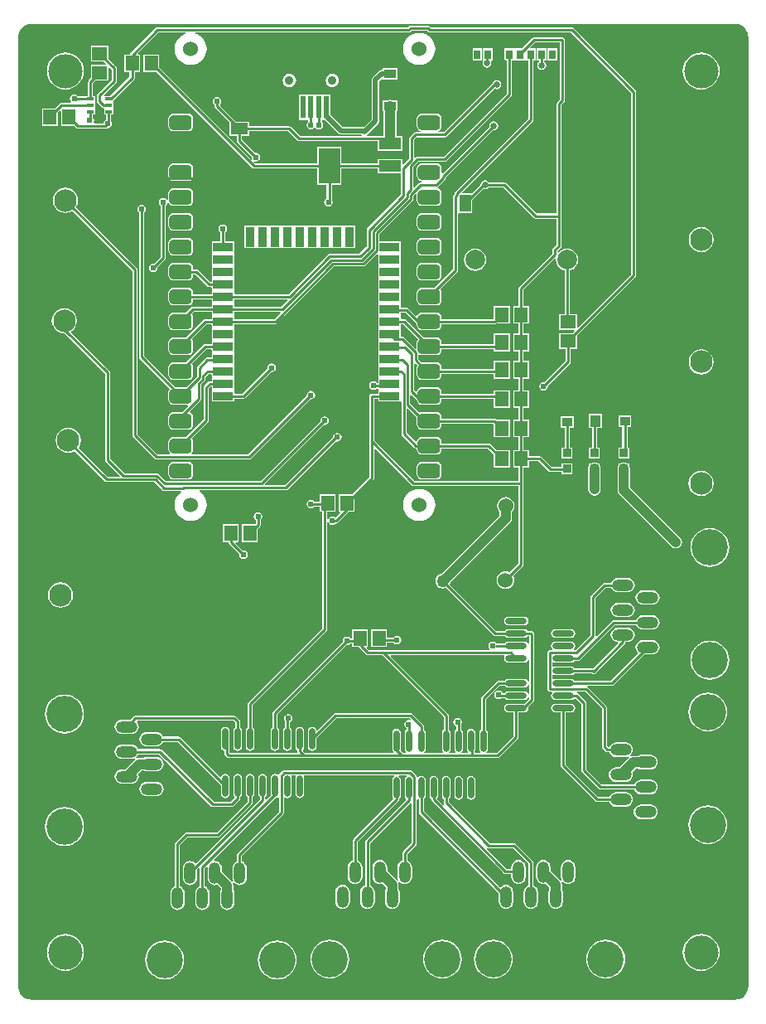
<source format=gtl>
G04 Layer_Physical_Order=1*
G04 Layer_Color=25308*
%FSLAX24Y24*%
%MOIN*%
G70*
G01*
G75*
%ADD10R,0.0709X0.0453*%
%ADD11R,0.0532X0.0610*%
%ADD12R,0.0413X0.0354*%
%ADD13R,0.0413X0.0453*%
%ADD14R,0.0335X0.0335*%
%ADD15R,0.0480X0.0358*%
%ADD16O,0.0866X0.0236*%
%ADD17O,0.0236X0.0866*%
%ADD18R,0.0880X0.0480*%
%ADD19R,0.0870X0.1420*%
%ADD20R,0.0610X0.0532*%
%ADD21R,0.1969X0.1969*%
%ADD22R,0.0354X0.0787*%
%ADD23R,0.0787X0.0354*%
%ADD24R,0.0197X0.0906*%
%ADD25R,0.0787X0.0984*%
%ADD26R,0.0276X0.0374*%
%ADD27R,0.0453X0.0709*%
%ADD28R,0.0260X0.0118*%
%ADD29C,0.0098*%
%ADD30C,0.0197*%
%ADD31C,0.0100*%
%ADD32C,0.0394*%
G04:AMPARAMS|DCode=33|XSize=27.6mil|YSize=114.2mil|CornerRadius=6.9mil|HoleSize=0mil|Usage=FLASHONLY|Rotation=0.000|XOffset=0mil|YOffset=0mil|HoleType=Round|Shape=RoundedRectangle|*
%AMROUNDEDRECTD33*
21,1,0.0276,0.1004,0,0,0.0*
21,1,0.0138,0.1142,0,0,0.0*
1,1,0.0138,0.0069,-0.0502*
1,1,0.0138,-0.0069,-0.0502*
1,1,0.0138,-0.0069,0.0502*
1,1,0.0138,0.0069,0.0502*
%
%ADD33ROUNDEDRECTD33*%
G04:AMPARAMS|DCode=34|XSize=60mil|YSize=90mil|CornerRadius=15mil|HoleSize=0mil|Usage=FLASHONLY|Rotation=270.000|XOffset=0mil|YOffset=0mil|HoleType=Round|Shape=RoundedRectangle|*
%AMROUNDEDRECTD34*
21,1,0.0600,0.0600,0,0,270.0*
21,1,0.0300,0.0900,0,0,270.0*
1,1,0.0300,-0.0300,-0.0150*
1,1,0.0300,-0.0300,0.0150*
1,1,0.0300,0.0300,0.0150*
1,1,0.0300,0.0300,-0.0150*
%
%ADD34ROUNDEDRECTD34*%
%ADD35C,0.0600*%
%ADD36C,0.0787*%
%ADD37C,0.1000*%
%ADD38C,0.0354*%
%ADD39C,0.0906*%
%ADD40C,0.1457*%
%ADD41O,0.0866X0.0472*%
%ADD42O,0.0472X0.0866*%
%ADD43C,0.0240*%
%ADD44C,0.0500*%
%ADD45C,0.0236*%
%ADD46C,0.0256*%
%ADD47C,0.1378*%
G36*
X38780Y49140D02*
D01*
X38829Y49135D01*
X38914Y49123D01*
X39039Y49072D01*
X39147Y48989D01*
X39229Y48882D01*
X39281Y48756D01*
X39292Y48670D01*
X39292Y48670D01*
X39298Y48622D01*
D01*
Y48622D01*
X39298D01*
X39298Y48572D01*
D01*
Y48572D01*
Y10483D01*
Y10482D01*
X39298Y10433D01*
D01*
X39292Y10386D01*
X39292Y10385D01*
X39281Y10299D01*
X39229Y10174D01*
X39147Y10066D01*
X39039Y9984D01*
X38914Y9932D01*
X38827Y9920D01*
X38780Y9915D01*
D01*
X38730Y9915D01*
X10483D01*
X10482D01*
X10433Y9915D01*
X10433D01*
X10386Y9920D01*
X10385Y9920D01*
X10299Y9932D01*
X10174Y9984D01*
X10066Y10066D01*
X9984Y10174D01*
X9932Y10299D01*
X9920Y10385D01*
X9915Y10433D01*
D01*
X9915Y10483D01*
Y48573D01*
Y48573D01*
X9915Y48622D01*
D01*
X9920Y48669D01*
X9920Y48670D01*
X9932Y48756D01*
X9984Y48882D01*
X10066Y48989D01*
X10174Y49072D01*
X10299Y49123D01*
X10385Y49135D01*
X10386Y49135D01*
X10433Y49140D01*
X10433D01*
X10483Y49140D01*
X10483D01*
X10483D01*
X38730D01*
X38780Y49140D01*
D02*
G37*
%LPC*%
G36*
X37669Y22260D02*
X37516Y22245D01*
X37370Y22200D01*
X37234Y22128D01*
X37115Y22030D01*
X37018Y21912D01*
X36946Y21776D01*
X36901Y21629D01*
X36886Y21476D01*
X36901Y21324D01*
X36946Y21177D01*
X37018Y21041D01*
X37115Y20923D01*
X37234Y20825D01*
X37370Y20753D01*
X37516Y20708D01*
X37669Y20693D01*
X37822Y20708D01*
X37969Y20753D01*
X38104Y20825D01*
X38223Y20923D01*
X38321Y21041D01*
X38393Y21177D01*
X38438Y21324D01*
X38453Y21476D01*
X38438Y21629D01*
X38393Y21776D01*
X38321Y21912D01*
X38223Y22030D01*
X38104Y22128D01*
X37969Y22200D01*
X37822Y22245D01*
X37669Y22260D01*
D02*
G37*
G36*
X11780Y22181D02*
X11627Y22166D01*
X11480Y22121D01*
X11344Y22049D01*
X11226Y21952D01*
X11128Y21833D01*
X11056Y21697D01*
X11011Y21550D01*
X10996Y21398D01*
X11011Y21245D01*
X11056Y21098D01*
X11128Y20962D01*
X11226Y20844D01*
X11344Y20746D01*
X11480Y20674D01*
X11627Y20629D01*
X11780Y20614D01*
X11932Y20629D01*
X12079Y20674D01*
X12215Y20746D01*
X12333Y20844D01*
X12431Y20962D01*
X12503Y21098D01*
X12548Y21245D01*
X12563Y21398D01*
X12548Y21550D01*
X12503Y21697D01*
X12431Y21833D01*
X12333Y21952D01*
X12215Y22049D01*
X12079Y22121D01*
X11932Y22166D01*
X11780Y22181D01*
D02*
G37*
G36*
X29539Y30118D02*
X29448Y30106D01*
X29362Y30071D01*
X29289Y30014D01*
X29233Y29941D01*
X29197Y29855D01*
X29185Y29764D01*
X29197Y29672D01*
X29233Y29587D01*
X29286Y29516D01*
Y29380D01*
X26946Y27040D01*
X26929Y27038D01*
X26856Y27007D01*
X26793Y26959D01*
X26745Y26896D01*
X26714Y26823D01*
X26704Y26744D01*
X26714Y26665D01*
X26745Y26592D01*
X26793Y26529D01*
X26856Y26481D01*
X26929Y26451D01*
X27008Y26440D01*
X27087Y26451D01*
X27136Y26471D01*
X29044Y24563D01*
X29077Y24541D01*
X29085Y24540D01*
X29116Y24533D01*
X29510D01*
X29524Y24514D01*
X29580Y24476D01*
X29646Y24463D01*
X30276D01*
X30342Y24476D01*
X30398Y24514D01*
X30411Y24533D01*
X30488D01*
Y24191D01*
X30438Y24186D01*
X30435Y24202D01*
X30398Y24258D01*
X30342Y24295D01*
X30276Y24308D01*
X29646D01*
X29580Y24295D01*
X29524Y24258D01*
X29510Y24238D01*
X29152D01*
X29139Y24257D01*
X29083Y24295D01*
X29016Y24308D01*
X28949Y24295D01*
X28892Y24257D01*
X28854Y24201D01*
X28841Y24134D01*
X28854Y24067D01*
X28892Y24010D01*
X28877Y23961D01*
X24019D01*
X23933Y24046D01*
X23952Y24093D01*
X23988D01*
Y24805D01*
X23354D01*
Y24433D01*
X23287D01*
X23273Y24454D01*
X23216Y24492D01*
X23150Y24505D01*
X23083Y24492D01*
X23026Y24454D01*
X22988Y24398D01*
X22975Y24331D01*
X22980Y24306D01*
X20178Y21503D01*
X20155Y21470D01*
X20154Y21464D01*
X20148Y21431D01*
Y20844D01*
X20128Y20831D01*
X20091Y20775D01*
X20077Y20709D01*
Y20079D01*
X20091Y20013D01*
X20128Y19957D01*
X20184Y19919D01*
X20250Y19906D01*
X20316Y19919D01*
X20372Y19957D01*
X20409Y20013D01*
X20423Y20079D01*
Y20709D01*
X20409Y20775D01*
X20372Y20831D01*
X20352Y20844D01*
Y21389D01*
X23125Y24161D01*
X23150Y24156D01*
X23216Y24169D01*
X23273Y24207D01*
X23287Y24228D01*
X23354D01*
Y24093D01*
X23615D01*
X23615Y24091D01*
X23616Y24085D01*
X23638Y24052D01*
X23904Y23786D01*
X23926Y23771D01*
X23937Y23764D01*
X23976Y23756D01*
X24564D01*
X27037Y21282D01*
Y20765D01*
X27018Y20752D01*
X26980Y20696D01*
X26967Y20630D01*
Y20000D01*
X26980Y19934D01*
X27018Y19878D01*
X27019Y19877D01*
X27004Y19827D01*
X26275D01*
X26260Y19877D01*
X26262Y19878D01*
X26299Y19934D01*
X26312Y20000D01*
Y20630D01*
X26299Y20696D01*
X26262Y20752D01*
X26244Y20764D01*
Y20906D01*
X26236Y20945D01*
X26236Y20945D01*
Y20945D01*
X26223Y20965D01*
X26214Y20978D01*
X26214Y20978D01*
X26214Y20978D01*
X25781Y21411D01*
X25755Y21429D01*
X25748Y21433D01*
X25748D01*
X25748Y21433D01*
X25736Y21435D01*
X25709Y21441D01*
X22695D01*
X22662Y21434D01*
X22656Y21433D01*
X22622Y21411D01*
X21960Y20748D01*
X21912Y20763D01*
X21909Y20775D01*
X21872Y20831D01*
X21816Y20868D01*
X21750Y20881D01*
X21684Y20868D01*
X21628Y20831D01*
X21591Y20775D01*
X21577Y20709D01*
Y20079D01*
X21591Y20013D01*
X21628Y19957D01*
X21684Y19919D01*
X21750Y19906D01*
X21816Y19919D01*
X21872Y19957D01*
X21909Y20013D01*
X21923Y20079D01*
Y20422D01*
X22737Y21236D01*
X25666D01*
X25711Y21192D01*
X25684Y21148D01*
X25630Y21159D01*
X25563Y21146D01*
X25506Y21108D01*
X25469Y21051D01*
X25455Y20984D01*
X25469Y20917D01*
X25506Y20861D01*
X25537Y20840D01*
Y20765D01*
X25518Y20752D01*
X25480Y20696D01*
X25467Y20630D01*
Y20000D01*
X25480Y19934D01*
X25518Y19878D01*
X25519Y19877D01*
X25504Y19827D01*
X25397D01*
X25295Y19928D01*
X25299Y19934D01*
X25312Y20000D01*
Y20630D01*
X25299Y20696D01*
X25262Y20752D01*
X25206Y20789D01*
X25140Y20803D01*
X25074Y20789D01*
X25018Y20752D01*
X24980Y20696D01*
X24967Y20630D01*
Y20000D01*
X24980Y19934D01*
X25018Y19878D01*
X25019Y19877D01*
X25004Y19827D01*
X21460D01*
X21383Y19904D01*
X21372Y19957D01*
X21409Y20013D01*
X21423Y20079D01*
Y20709D01*
X21409Y20775D01*
X21372Y20831D01*
X21316Y20868D01*
X21250Y20881D01*
X21184Y20868D01*
X21128Y20831D01*
X21091Y20775D01*
X21077Y20709D01*
Y20079D01*
X21091Y20013D01*
X21128Y19957D01*
X21148Y19944D01*
Y19892D01*
X21151Y19877D01*
X21131Y19842D01*
X21122Y19832D01*
X21113Y19827D01*
X18428D01*
X18409Y19846D01*
Y20013D01*
X18409Y20013D01*
X18423Y20079D01*
Y20709D01*
X18409Y20775D01*
X18372Y20831D01*
X18316Y20868D01*
X18250Y20881D01*
X18184Y20868D01*
X18128Y20831D01*
X18091Y20775D01*
X18077Y20709D01*
Y20079D01*
X18091Y20013D01*
X18128Y19957D01*
X18184Y19919D01*
X18205Y19915D01*
Y19803D01*
X18209Y19781D01*
X18213Y19764D01*
X18213Y19764D01*
X18213Y19764D01*
X18221Y19752D01*
X18235Y19731D01*
X18313Y19652D01*
X18313Y19652D01*
X18313Y19652D01*
X18326Y19643D01*
X18347Y19630D01*
X18347Y19630D01*
X18347Y19630D01*
X18370Y19625D01*
X18386Y19622D01*
X18386Y19622D01*
X18386Y19622D01*
X29213D01*
X29245Y19629D01*
X29252Y19630D01*
X29285Y19652D01*
X30033Y20400D01*
X30055Y20433D01*
X30057Y20440D01*
X30063Y20472D01*
Y21463D01*
X30276D01*
X30342Y21476D01*
X30398Y21514D01*
X30435Y21570D01*
X30448Y21636D01*
X30441Y21674D01*
X30663Y21896D01*
X30685Y21929D01*
X30693Y21969D01*
Y24606D01*
X30693Y24606D01*
X30693Y24606D01*
X30689Y24626D01*
X30685Y24645D01*
X30685Y24645D01*
X30685Y24646D01*
X30673Y24663D01*
X30663Y24679D01*
X30663Y24679D01*
X30663Y24679D01*
X30633Y24708D01*
X30616Y24720D01*
X30600Y24730D01*
X30600Y24730D01*
X30600Y24730D01*
X30582Y24734D01*
X30561Y24738D01*
X30411D01*
X30398Y24758D01*
X30342Y24795D01*
X30276Y24808D01*
X29646D01*
X29580Y24795D01*
X29524Y24758D01*
X29510Y24738D01*
X29159D01*
X27281Y26616D01*
X27301Y26665D01*
X27303Y26682D01*
X29718Y29097D01*
X29773Y29179D01*
X29792Y29276D01*
Y29516D01*
X29846Y29587D01*
X29882Y29672D01*
X29894Y29764D01*
X29882Y29855D01*
X29846Y29941D01*
X29790Y30014D01*
X29716Y30071D01*
X29631Y30106D01*
X29539Y30118D01*
D02*
G37*
G36*
X37748Y24346D02*
X37595Y24331D01*
X37448Y24287D01*
X37313Y24214D01*
X37194Y24117D01*
X37097Y23998D01*
X37024Y23863D01*
X36980Y23716D01*
X36965Y23563D01*
X36980Y23410D01*
X37024Y23263D01*
X37097Y23128D01*
X37194Y23009D01*
X37313Y22912D01*
X37448Y22839D01*
X37595Y22795D01*
X37748Y22780D01*
X37901Y22795D01*
X38048Y22839D01*
X38183Y22912D01*
X38302Y23009D01*
X38399Y23128D01*
X38472Y23263D01*
X38516Y23410D01*
X38531Y23563D01*
X38516Y23716D01*
X38472Y23863D01*
X38399Y23998D01*
X38302Y24117D01*
X38183Y24214D01*
X38048Y24287D01*
X37901Y24331D01*
X37748Y24346D01*
D02*
G37*
G36*
X20787Y21395D02*
X20721Y21382D01*
X20664Y21344D01*
X20626Y21287D01*
X20613Y21220D01*
X20626Y21154D01*
X20648Y21121D01*
Y20844D01*
X20628Y20831D01*
X20591Y20775D01*
X20577Y20709D01*
Y20079D01*
X20591Y20013D01*
X20628Y19957D01*
X20684Y19919D01*
X20750Y19906D01*
X20816Y19919D01*
X20872Y19957D01*
X20909Y20013D01*
X20923Y20079D01*
Y20709D01*
X20909Y20775D01*
X20872Y20831D01*
X20852Y20844D01*
Y21059D01*
X20854Y21059D01*
X20911Y21097D01*
X20949Y21154D01*
X20962Y21220D01*
X20949Y21287D01*
X20911Y21344D01*
X20854Y21382D01*
X20787Y21395D01*
D02*
G37*
G36*
X15476Y18674D02*
X15083D01*
X15008Y18664D01*
X14938Y18635D01*
X14878Y18589D01*
X14832Y18529D01*
X14803Y18459D01*
X14793Y18384D01*
X14803Y18309D01*
X14832Y18239D01*
X14878Y18179D01*
X14938Y18133D01*
X15008Y18104D01*
X15083Y18094D01*
X15476D01*
X15551Y18104D01*
X15621Y18133D01*
X15681Y18179D01*
X15727Y18239D01*
X15756Y18309D01*
X15766Y18384D01*
X15756Y18459D01*
X15727Y18529D01*
X15681Y18589D01*
X15621Y18635D01*
X15551Y18664D01*
X15476Y18674D01*
D02*
G37*
G36*
Y20674D02*
X15083D01*
X15008Y20664D01*
X14938Y20635D01*
X14878Y20589D01*
X14832Y20529D01*
X14803Y20459D01*
X14793Y20384D01*
X14803Y20309D01*
X14832Y20239D01*
X14878Y20179D01*
X14938Y20133D01*
X15008Y20104D01*
X15083Y20094D01*
X15476D01*
X15551Y20104D01*
X15621Y20133D01*
X15681Y20179D01*
X15727Y20239D01*
X15745Y20282D01*
X16328D01*
X18077Y18532D01*
Y18189D01*
X18091Y18123D01*
X18128Y18067D01*
X18184Y18030D01*
X18250Y18016D01*
X18316Y18030D01*
X18372Y18067D01*
X18409Y18123D01*
X18423Y18189D01*
Y18819D01*
X18409Y18885D01*
X18372Y18941D01*
X18316Y18978D01*
X18250Y18992D01*
X18184Y18978D01*
X18128Y18941D01*
X18091Y18885D01*
X18088Y18873D01*
X18040Y18858D01*
X16442Y20456D01*
X16409Y20478D01*
X16403Y20480D01*
X16370Y20486D01*
X15745D01*
X15727Y20529D01*
X15681Y20589D01*
X15621Y20635D01*
X15551Y20664D01*
X15476Y20674D01*
D02*
G37*
G36*
X18622Y21323D02*
X14616D01*
X14577Y21315D01*
X14544Y21293D01*
X14425Y21174D01*
X14083D01*
X14008Y21164D01*
X13938Y21135D01*
X13878Y21089D01*
X13832Y21029D01*
X13803Y20959D01*
X13793Y20884D01*
X13803Y20809D01*
X13832Y20739D01*
X13878Y20679D01*
X13938Y20633D01*
X14008Y20604D01*
X14083Y20594D01*
X14476D01*
X14551Y20604D01*
X14621Y20633D01*
X14681Y20679D01*
X14727Y20739D01*
X14756Y20809D01*
X14766Y20884D01*
X14756Y20959D01*
X14727Y21029D01*
X14697Y21068D01*
X14722Y21118D01*
X18580D01*
X18648Y21050D01*
Y20844D01*
X18628Y20831D01*
X18591Y20775D01*
X18577Y20709D01*
Y20079D01*
X18591Y20013D01*
X18628Y19957D01*
X18684Y19919D01*
X18750Y19906D01*
X18816Y19919D01*
X18872Y19957D01*
X18909Y20013D01*
X18923Y20079D01*
Y20709D01*
X18909Y20775D01*
X18872Y20831D01*
X18852Y20844D01*
Y21093D01*
X18845Y21132D01*
X18822Y21165D01*
X18694Y21293D01*
X18661Y21315D01*
X18655Y21316D01*
X18622Y21323D01*
D02*
G37*
G36*
X25695Y19143D02*
X20625D01*
X20586Y19135D01*
X20552Y19113D01*
X20427Y18988D01*
X20414Y18968D01*
X20392Y18954D01*
X20353Y18953D01*
X20316Y18978D01*
X20250Y18992D01*
X20184Y18978D01*
X20128Y18941D01*
X20091Y18885D01*
X20077Y18819D01*
Y18189D01*
X20086Y18144D01*
X19902Y17960D01*
X19852Y17981D01*
Y18054D01*
X19872Y18067D01*
X19909Y18123D01*
X19923Y18189D01*
Y18819D01*
X19909Y18885D01*
X19872Y18941D01*
X19816Y18978D01*
X19750Y18992D01*
X19684Y18978D01*
X19628Y18941D01*
X19591Y18885D01*
X19577Y18819D01*
Y18189D01*
X19591Y18123D01*
X19628Y18067D01*
X19648Y18054D01*
Y17981D01*
X17069Y15403D01*
X17026Y15406D01*
X16966Y15452D01*
X16896Y15481D01*
X16821Y15491D01*
X16746Y15481D01*
X16676Y15452D01*
X16616Y15406D01*
X16570Y15346D01*
X16541Y15276D01*
X16531Y15201D01*
Y14807D01*
X16541Y14732D01*
X16570Y14662D01*
X16616Y14602D01*
X16676Y14556D01*
X16746Y14527D01*
X16821Y14517D01*
X16896Y14527D01*
X16966Y14556D01*
X17026Y14602D01*
X17072Y14662D01*
X17101Y14732D01*
X17111Y14807D01*
Y15155D01*
X17169Y15213D01*
X17219Y15192D01*
Y14469D01*
X17176Y14452D01*
X17116Y14406D01*
X17070Y14346D01*
X17041Y14276D01*
X17031Y14201D01*
Y13807D01*
X17041Y13732D01*
X17070Y13662D01*
X17116Y13602D01*
X17176Y13556D01*
X17246Y13527D01*
X17321Y13517D01*
X17396Y13527D01*
X17466Y13556D01*
X17526Y13602D01*
X17572Y13662D01*
X17601Y13732D01*
X17611Y13807D01*
Y14201D01*
X17601Y14276D01*
X17572Y14346D01*
X17526Y14406D01*
X17466Y14452D01*
X17423Y14469D01*
Y15192D01*
X17488Y15257D01*
X17535Y15233D01*
X17531Y15201D01*
Y14807D01*
X17541Y14732D01*
X17570Y14662D01*
X17616Y14602D01*
X17676Y14556D01*
X17746Y14527D01*
X17821Y14517D01*
X17896Y14527D01*
X17927Y14540D01*
X18068Y14399D01*
Y14341D01*
X18041Y14276D01*
X18031Y14201D01*
Y13807D01*
X18041Y13732D01*
X18070Y13662D01*
X18116Y13602D01*
X18176Y13556D01*
X18246Y13527D01*
X18321Y13517D01*
X18396Y13527D01*
X18466Y13556D01*
X18526Y13602D01*
X18572Y13662D01*
X18601Y13732D01*
X18611Y13807D01*
Y14201D01*
X18601Y14276D01*
X18574Y14341D01*
Y14504D01*
X18555Y14601D01*
X18596Y14628D01*
X18616Y14602D01*
X18676Y14556D01*
X18746Y14527D01*
X18821Y14517D01*
X18896Y14527D01*
X18966Y14556D01*
X19026Y14602D01*
X19072Y14662D01*
X19101Y14732D01*
X19111Y14807D01*
Y15201D01*
X19101Y15276D01*
X19072Y15346D01*
X19026Y15406D01*
X18966Y15452D01*
X18924Y15469D01*
Y15697D01*
X20573Y17346D01*
X20595Y17380D01*
X20603Y17419D01*
Y18023D01*
X20653Y18050D01*
X20684Y18030D01*
X20750Y18016D01*
X20816Y18030D01*
X20872Y18067D01*
X20909Y18123D01*
X20923Y18189D01*
Y18819D01*
X20909Y18885D01*
X20904Y18893D01*
X20928Y18937D01*
X21072D01*
X21096Y18893D01*
X21091Y18885D01*
X21077Y18819D01*
Y18189D01*
X21091Y18123D01*
X21128Y18067D01*
X21184Y18030D01*
X21250Y18016D01*
X21316Y18030D01*
X21372Y18067D01*
X21409Y18123D01*
X21423Y18189D01*
Y18819D01*
X21409Y18885D01*
X21404Y18893D01*
X21428Y18937D01*
X25039D01*
X25055Y18887D01*
X25018Y18862D01*
X24980Y18806D01*
X24967Y18740D01*
Y18110D01*
X24980Y18044D01*
X25014Y17994D01*
X23402Y16381D01*
X23380Y16348D01*
X23378Y16340D01*
X23372Y16309D01*
Y15509D01*
X23329Y15491D01*
X23269Y15445D01*
X23223Y15385D01*
X23194Y15315D01*
X23185Y15240D01*
Y14846D01*
X23194Y14771D01*
X23223Y14702D01*
X23269Y14641D01*
X23329Y14595D01*
X23399Y14566D01*
X23474Y14557D01*
X23549Y14566D01*
X23619Y14595D01*
X23679Y14641D01*
X23725Y14702D01*
X23754Y14771D01*
X23764Y14846D01*
Y15240D01*
X23754Y15315D01*
X23725Y15385D01*
X23679Y15445D01*
X23619Y15491D01*
X23577Y15509D01*
Y16267D01*
X25212Y17902D01*
X25234Y17935D01*
X25242Y17974D01*
Y17975D01*
X25262Y17988D01*
X25299Y18044D01*
X25312Y18110D01*
Y18740D01*
X25299Y18806D01*
X25262Y18862D01*
X25225Y18887D01*
X25240Y18937D01*
X25539D01*
X25555Y18887D01*
X25518Y18862D01*
X25480Y18806D01*
X25467Y18740D01*
Y18110D01*
X25480Y18044D01*
X25518Y17988D01*
X25507Y17935D01*
X23902Y16330D01*
X23880Y16297D01*
X23878Y16289D01*
X23872Y16258D01*
Y14509D01*
X23829Y14491D01*
X23769Y14445D01*
X23723Y14385D01*
X23694Y14315D01*
X23685Y14240D01*
Y13846D01*
X23694Y13771D01*
X23723Y13702D01*
X23769Y13641D01*
X23829Y13595D01*
X23899Y13566D01*
X23974Y13557D01*
X24049Y13566D01*
X24119Y13595D01*
X24179Y13641D01*
X24225Y13702D01*
X24254Y13771D01*
X24264Y13846D01*
Y14240D01*
X24254Y14315D01*
X24225Y14385D01*
X24179Y14445D01*
X24119Y14491D01*
X24077Y14509D01*
Y16215D01*
X25707Y17846D01*
X25729Y17842D01*
X25757Y17828D01*
Y16228D01*
X25401Y15873D01*
X25379Y15839D01*
X25371Y15800D01*
Y15509D01*
X25329Y15491D01*
X25269Y15445D01*
X25223Y15385D01*
X25194Y15315D01*
X25185Y15240D01*
Y14846D01*
X25194Y14771D01*
X25217Y14716D01*
X25173Y14693D01*
X25153Y14722D01*
X24764Y15111D01*
Y15240D01*
X24754Y15315D01*
X24725Y15385D01*
X24679Y15445D01*
X24619Y15491D01*
X24549Y15520D01*
X24474Y15530D01*
X24399Y15520D01*
X24329Y15491D01*
X24269Y15445D01*
X24223Y15385D01*
X24194Y15315D01*
X24185Y15240D01*
Y14846D01*
X24194Y14771D01*
X24223Y14702D01*
X24269Y14641D01*
X24329Y14595D01*
X24399Y14566D01*
X24474Y14557D01*
X24549Y14566D01*
X24581Y14579D01*
X24722Y14439D01*
Y14381D01*
X24694Y14315D01*
X24685Y14240D01*
Y13846D01*
X24694Y13771D01*
X24723Y13702D01*
X24769Y13641D01*
X24829Y13595D01*
X24899Y13566D01*
X24974Y13557D01*
X25049Y13566D01*
X25119Y13595D01*
X25179Y13641D01*
X25225Y13702D01*
X25254Y13771D01*
X25264Y13846D01*
Y14240D01*
X25254Y14315D01*
X25227Y14381D01*
Y14543D01*
X25208Y14640D01*
X25250Y14667D01*
X25269Y14641D01*
X25329Y14595D01*
X25399Y14566D01*
X25474Y14557D01*
X25549Y14566D01*
X25619Y14595D01*
X25679Y14641D01*
X25725Y14702D01*
X25754Y14771D01*
X25764Y14846D01*
Y15240D01*
X25754Y15315D01*
X25725Y15385D01*
X25679Y15445D01*
X25619Y15491D01*
X25578Y15509D01*
Y15757D01*
X25933Y16113D01*
X25955Y16146D01*
X25963Y16186D01*
Y17949D01*
X26013Y17974D01*
X26037Y17955D01*
Y17453D01*
X26044Y17420D01*
X26045Y17414D01*
X26067Y17380D01*
X29259Y14188D01*
Y13846D01*
X29269Y13771D01*
X29298Y13702D01*
X29344Y13641D01*
X29404Y13595D01*
X29474Y13566D01*
X29549Y13557D01*
X29624Y13566D01*
X29694Y13595D01*
X29754Y13641D01*
X29800Y13702D01*
X29829Y13771D01*
X29839Y13846D01*
Y14240D01*
X29829Y14315D01*
X29800Y14385D01*
X29754Y14445D01*
X29694Y14491D01*
X29624Y14520D01*
X29549Y14530D01*
X29474Y14520D01*
X29404Y14491D01*
X29344Y14445D01*
X29295Y14442D01*
X26242Y17495D01*
Y17975D01*
X26262Y17988D01*
X26299Y18044D01*
X26312Y18110D01*
Y18740D01*
X26299Y18806D01*
X26262Y18862D01*
X26206Y18900D01*
X26140Y18913D01*
X26074Y18900D01*
X26018Y18862D01*
X26013Y18855D01*
X25963Y18871D01*
Y18875D01*
X25955Y18914D01*
X25933Y18948D01*
X25768Y19113D01*
X25734Y19135D01*
X25695Y19143D01*
D02*
G37*
G36*
X34445Y26867D02*
X34051D01*
X33976Y26857D01*
X33906Y26828D01*
X33846Y26782D01*
X33800Y26722D01*
X33783Y26680D01*
X33530D01*
X33491Y26672D01*
X33457Y26650D01*
X32978Y26170D01*
X32955Y26137D01*
X32948Y26097D01*
Y24563D01*
X32348Y23964D01*
X32303Y23969D01*
X32287Y24014D01*
X32325Y24070D01*
X32338Y24136D01*
X32325Y24202D01*
X32287Y24258D01*
X32231Y24295D01*
X32165Y24308D01*
X31535D01*
X31469Y24295D01*
X31413Y24258D01*
X31376Y24202D01*
X31363Y24136D01*
X31376Y24070D01*
X31413Y24014D01*
X31414Y24013D01*
X31399Y23963D01*
X31320D01*
X31281Y23955D01*
X31247Y23933D01*
X31237Y23923D01*
X31215Y23889D01*
X31207Y23850D01*
Y22400D01*
X31215Y22361D01*
X31237Y22327D01*
X31247Y22317D01*
X31281Y22295D01*
X31320Y22287D01*
X31374D01*
X31399Y22237D01*
X31376Y22202D01*
X31363Y22136D01*
X31376Y22070D01*
X31413Y22014D01*
X31469Y21976D01*
X31535Y21963D01*
X32165D01*
X32231Y21976D01*
X32287Y22014D01*
X32301Y22033D01*
X32349D01*
X32575Y21808D01*
Y19134D01*
X32581Y19101D01*
X32583Y19095D01*
X32605Y19061D01*
X33276Y18390D01*
X33309Y18368D01*
X33316Y18367D01*
X33348Y18360D01*
X34704D01*
X34721Y18318D01*
X34767Y18258D01*
X34828Y18212D01*
X34897Y18183D01*
X34972Y18173D01*
X35366D01*
X35441Y18183D01*
X35511Y18212D01*
X35571Y18258D01*
X35617Y18318D01*
X35646Y18388D01*
X35656Y18463D01*
X35646Y18538D01*
X35617Y18608D01*
X35571Y18668D01*
X35511Y18714D01*
X35441Y18743D01*
X35366Y18752D01*
X34972D01*
X34897Y18743D01*
X34828Y18714D01*
X34767Y18668D01*
X34721Y18608D01*
X34704Y18565D01*
X33391D01*
X32780Y19176D01*
Y21850D01*
X32772Y21890D01*
X32750Y21923D01*
X32464Y22208D01*
X32431Y22230D01*
X32424Y22232D01*
X32398Y22237D01*
X32403Y22287D01*
X32737D01*
X33397Y21627D01*
Y20088D01*
X33405Y20048D01*
X33427Y20015D01*
X33552Y19890D01*
X33586Y19867D01*
X33625Y19859D01*
X33704D01*
X33721Y19818D01*
X33767Y19758D01*
X33828Y19712D01*
X33897Y19683D01*
X33972Y19673D01*
X34366D01*
X34441Y19683D01*
X34496Y19705D01*
X34520Y19661D01*
X34490Y19641D01*
X34102Y19252D01*
X33972D01*
X33897Y19243D01*
X33828Y19214D01*
X33767Y19168D01*
X33721Y19108D01*
X33692Y19038D01*
X33683Y18963D01*
X33692Y18888D01*
X33721Y18818D01*
X33767Y18758D01*
X33828Y18712D01*
X33897Y18683D01*
X33972Y18673D01*
X34366D01*
X34441Y18683D01*
X34511Y18712D01*
X34571Y18758D01*
X34617Y18818D01*
X34646Y18888D01*
X34656Y18963D01*
X34646Y19038D01*
X34633Y19069D01*
X34774Y19210D01*
X34832D01*
X34897Y19183D01*
X34972Y19173D01*
X35366D01*
X35441Y19183D01*
X35511Y19212D01*
X35571Y19258D01*
X35617Y19318D01*
X35646Y19388D01*
X35656Y19463D01*
X35646Y19538D01*
X35617Y19608D01*
X35571Y19668D01*
X35511Y19714D01*
X35441Y19743D01*
X35366Y19752D01*
X34972D01*
X34897Y19743D01*
X34832Y19715D01*
X34669D01*
X34573Y19696D01*
X34546Y19738D01*
X34571Y19758D01*
X34617Y19818D01*
X34646Y19888D01*
X34656Y19963D01*
X34646Y20038D01*
X34617Y20108D01*
X34571Y20168D01*
X34511Y20214D01*
X34441Y20243D01*
X34366Y20252D01*
X33972D01*
X33897Y20243D01*
X33828Y20214D01*
X33767Y20168D01*
X33721Y20108D01*
X33711Y20082D01*
X33658Y20076D01*
X33603Y20130D01*
Y21670D01*
X33595Y21709D01*
X33573Y21743D01*
X32853Y22463D01*
X32822Y22483D01*
X32822Y22487D01*
X32845Y22533D01*
X33807D01*
X33840Y22540D01*
X33846Y22541D01*
X33879Y22563D01*
X35103Y23787D01*
X35445D01*
X35520Y23797D01*
X35590Y23826D01*
X35650Y23872D01*
X35696Y23932D01*
X35725Y24002D01*
X35735Y24077D01*
X35725Y24152D01*
X35696Y24222D01*
X35650Y24282D01*
X35590Y24328D01*
X35520Y24357D01*
X35445Y24367D01*
X35051D01*
X34976Y24357D01*
X34906Y24328D01*
X34846Y24282D01*
X34800Y24222D01*
X34771Y24152D01*
X34761Y24077D01*
X34771Y24002D01*
X34800Y23932D01*
X34846Y23872D01*
X34849Y23823D01*
X33765Y22738D01*
X32301D01*
X32287Y22758D01*
X32231Y22795D01*
X32165Y22808D01*
X31535D01*
X31469Y22795D01*
X31463Y22791D01*
X31413Y22818D01*
Y22954D01*
X31463Y22981D01*
X31469Y22976D01*
X31535Y22963D01*
X32165D01*
X32231Y22976D01*
X32287Y23014D01*
X32301Y23033D01*
X33005D01*
X33032Y23016D01*
X33071Y23008D01*
X33110Y23016D01*
X33143Y23038D01*
X33143Y23038D01*
X34320Y24215D01*
X34343Y24248D01*
X34350Y24287D01*
X34445D01*
X34520Y24297D01*
X34590Y24326D01*
X34650Y24372D01*
X34696Y24432D01*
X34725Y24502D01*
X34735Y24577D01*
X34725Y24652D01*
X34696Y24722D01*
X34650Y24782D01*
X34590Y24828D01*
X34520Y24857D01*
X34445Y24867D01*
X34051D01*
X33976Y24857D01*
X33906Y24828D01*
X33846Y24782D01*
X33800Y24722D01*
X33771Y24652D01*
X33761Y24577D01*
X33771Y24502D01*
X33800Y24432D01*
X33846Y24372D01*
X33906Y24326D01*
X33976Y24297D01*
X34034Y24289D01*
X34056Y24240D01*
X33053Y23237D01*
X33045Y23238D01*
X32301D01*
X32287Y23258D01*
X32231Y23295D01*
X32165Y23308D01*
X31535D01*
X31469Y23295D01*
X31463Y23291D01*
X31413Y23318D01*
Y23454D01*
X31463Y23481D01*
X31469Y23476D01*
X31535Y23463D01*
X32165D01*
X32231Y23476D01*
X32287Y23514D01*
X32301Y23533D01*
X32455D01*
X32487Y23540D01*
X32494Y23541D01*
X32527Y23563D01*
X33938Y24974D01*
X34783D01*
X34800Y24932D01*
X34846Y24872D01*
X34906Y24826D01*
X34976Y24797D01*
X35051Y24787D01*
X35445D01*
X35520Y24797D01*
X35590Y24826D01*
X35650Y24872D01*
X35696Y24932D01*
X35725Y25002D01*
X35735Y25077D01*
X35725Y25152D01*
X35696Y25222D01*
X35650Y25282D01*
X35590Y25328D01*
X35520Y25357D01*
X35445Y25367D01*
X35051D01*
X34976Y25357D01*
X34906Y25328D01*
X34846Y25282D01*
X34800Y25222D01*
X34783Y25179D01*
X33896D01*
X33863Y25173D01*
X33857Y25171D01*
X33823Y25149D01*
X33204Y24530D01*
X33154Y24550D01*
Y26054D01*
X33573Y26474D01*
X33783D01*
X33800Y26432D01*
X33846Y26372D01*
X33906Y26326D01*
X33976Y26297D01*
X34051Y26287D01*
X34445D01*
X34520Y26297D01*
X34590Y26326D01*
X34650Y26372D01*
X34696Y26432D01*
X34725Y26502D01*
X34735Y26577D01*
X34725Y26652D01*
X34696Y26722D01*
X34650Y26782D01*
X34590Y26828D01*
X34520Y26857D01*
X34445Y26867D01*
D02*
G37*
G36*
X35445Y26367D02*
X35051D01*
X34976Y26357D01*
X34906Y26328D01*
X34846Y26282D01*
X34800Y26222D01*
X34771Y26152D01*
X34761Y26077D01*
X34771Y26002D01*
X34800Y25932D01*
X34846Y25872D01*
X34906Y25826D01*
X34976Y25797D01*
X35051Y25787D01*
X35445D01*
X35520Y25797D01*
X35590Y25826D01*
X35650Y25872D01*
X35696Y25932D01*
X35725Y26002D01*
X35735Y26077D01*
X35725Y26152D01*
X35696Y26222D01*
X35650Y26282D01*
X35590Y26328D01*
X35520Y26357D01*
X35445Y26367D01*
D02*
G37*
G36*
X18791Y29018D02*
X18157D01*
Y28305D01*
X18372D01*
Y28297D01*
X18379Y28265D01*
X18380Y28258D01*
X18402Y28225D01*
X18807Y27820D01*
X18802Y27795D01*
X18815Y27728D01*
X18853Y27672D01*
X18910Y27634D01*
X18976Y27621D01*
X19043Y27634D01*
X19100Y27672D01*
X19138Y27728D01*
X19151Y27795D01*
X19138Y27862D01*
X19100Y27919D01*
X19043Y27957D01*
X18976Y27970D01*
X18951Y27965D01*
X18657Y28259D01*
X18677Y28305D01*
X18791D01*
Y29018D01*
D02*
G37*
G36*
X37748Y28874D02*
X37595Y28859D01*
X37448Y28814D01*
X37313Y28742D01*
X37194Y28644D01*
X37097Y28526D01*
X37024Y28390D01*
X36980Y28243D01*
X36965Y28091D01*
X36980Y27938D01*
X36999Y27874D01*
X37024Y27791D01*
X37097Y27655D01*
X37194Y27537D01*
X37313Y27439D01*
X37448Y27367D01*
X37595Y27322D01*
X37748Y27307D01*
X37901Y27322D01*
X38048Y27367D01*
X38183Y27439D01*
X38302Y27537D01*
X38399Y27655D01*
X38472Y27791D01*
X38516Y27938D01*
X38531Y28091D01*
X38516Y28243D01*
X38472Y28390D01*
X38399Y28526D01*
X38302Y28644D01*
X38183Y28742D01*
X38048Y28814D01*
X37901Y28859D01*
X37748Y28874D01*
D02*
G37*
G36*
X11614Y26689D02*
X11483Y26672D01*
X11360Y26621D01*
X11255Y26541D01*
X11174Y26435D01*
X11123Y26313D01*
X11106Y26181D01*
X11123Y26050D01*
X11174Y25927D01*
X11255Y25822D01*
X11360Y25741D01*
X11483Y25690D01*
X11614Y25673D01*
X11746Y25690D01*
X11868Y25741D01*
X11974Y25822D01*
X12054Y25927D01*
X12105Y26050D01*
X12122Y26181D01*
X12105Y26313D01*
X12054Y26435D01*
X11974Y26541D01*
X11868Y26621D01*
X11746Y26672D01*
X11614Y26689D01*
D02*
G37*
G36*
X32165Y24808D02*
X31535D01*
X31469Y24795D01*
X31413Y24758D01*
X31376Y24702D01*
X31363Y24636D01*
X31376Y24570D01*
X31413Y24514D01*
X31469Y24476D01*
X31535Y24463D01*
X32165D01*
X32231Y24476D01*
X32287Y24514D01*
X32325Y24570D01*
X32338Y24636D01*
X32325Y24702D01*
X32287Y24758D01*
X32231Y24795D01*
X32165Y24808D01*
D02*
G37*
G36*
X24756Y24805D02*
X24122D01*
Y24093D01*
X24756D01*
Y24268D01*
X25020D01*
X25034Y24247D01*
X25091Y24209D01*
X25157Y24195D01*
X25224Y24209D01*
X25281Y24247D01*
X25319Y24303D01*
X25332Y24370D01*
X25319Y24437D01*
X25281Y24494D01*
X25224Y24531D01*
X25157Y24545D01*
X25091Y24531D01*
X25034Y24494D01*
X25020Y24472D01*
X24756D01*
Y24805D01*
D02*
G37*
G36*
X34445Y25867D02*
X34051D01*
X33976Y25857D01*
X33906Y25828D01*
X33846Y25782D01*
X33800Y25722D01*
X33771Y25652D01*
X33761Y25577D01*
X33771Y25502D01*
X33800Y25432D01*
X33846Y25372D01*
X33906Y25326D01*
X33976Y25297D01*
X34051Y25287D01*
X34445D01*
X34520Y25297D01*
X34590Y25326D01*
X34650Y25372D01*
X34696Y25432D01*
X34725Y25502D01*
X34735Y25577D01*
X34725Y25652D01*
X34696Y25722D01*
X34650Y25782D01*
X34590Y25828D01*
X34520Y25857D01*
X34445Y25867D01*
D02*
G37*
G36*
X30276Y25308D02*
X29646D01*
X29580Y25295D01*
X29524Y25258D01*
X29486Y25202D01*
X29473Y25136D01*
X29486Y25070D01*
X29524Y25014D01*
X29580Y24976D01*
X29646Y24963D01*
X30276D01*
X30342Y24976D01*
X30398Y25014D01*
X30435Y25070D01*
X30448Y25136D01*
X30435Y25202D01*
X30398Y25258D01*
X30342Y25295D01*
X30276Y25308D01*
D02*
G37*
G36*
X28140Y18913D02*
X28074Y18900D01*
X28018Y18862D01*
X27980Y18806D01*
X27967Y18740D01*
Y18110D01*
X27980Y18044D01*
X28018Y17988D01*
X28074Y17951D01*
X28140Y17938D01*
X28206Y17951D01*
X28262Y17988D01*
X28299Y18044D01*
X28312Y18110D01*
Y18740D01*
X28299Y18806D01*
X28262Y18862D01*
X28206Y18900D01*
X28140Y18913D01*
D02*
G37*
G36*
X11811Y12555D02*
X11666Y12540D01*
X11526Y12498D01*
X11398Y12429D01*
X11285Y12337D01*
X11193Y12224D01*
X11124Y12096D01*
X11082Y11956D01*
X11067Y11811D01*
X11082Y11666D01*
X11124Y11526D01*
X11193Y11398D01*
X11285Y11285D01*
X11398Y11193D01*
X11526Y11124D01*
X11666Y11082D01*
X11811Y11067D01*
X11956Y11082D01*
X12096Y11124D01*
X12224Y11193D01*
X12337Y11285D01*
X12429Y11398D01*
X12498Y11526D01*
X12540Y11666D01*
X12555Y11811D01*
X12540Y11956D01*
X12498Y12096D01*
X12429Y12224D01*
X12337Y12337D01*
X12224Y12429D01*
X12096Y12498D01*
X11956Y12540D01*
X11811Y12555D01*
D02*
G37*
G36*
X33563Y12327D02*
X33410Y12312D01*
X33263Y12267D01*
X33128Y12195D01*
X33009Y12097D01*
X32912Y11978D01*
X32839Y11843D01*
X32795Y11696D01*
X32780Y11543D01*
X32795Y11390D01*
X32839Y11244D01*
X32912Y11108D01*
X33009Y10989D01*
X33128Y10892D01*
X33263Y10820D01*
X33410Y10775D01*
X33563Y10760D01*
X33716Y10775D01*
X33863Y10820D01*
X33998Y10892D01*
X34117Y10989D01*
X34214Y11108D01*
X34287Y11244D01*
X34331Y11390D01*
X34346Y11543D01*
X34331Y11696D01*
X34287Y11843D01*
X34214Y11978D01*
X34117Y12097D01*
X33998Y12195D01*
X33863Y12267D01*
X33716Y12312D01*
X33563Y12327D01*
D02*
G37*
G36*
X19250Y18992D02*
X19184Y18978D01*
X19128Y18941D01*
X19091Y18885D01*
X19077Y18819D01*
Y18189D01*
X19091Y18123D01*
X19128Y18067D01*
X19148Y18054D01*
Y17875D01*
X17910Y16638D01*
X16693D01*
X16660Y16631D01*
X16654Y16630D01*
X16621Y16608D01*
X16248Y16236D01*
X16226Y16203D01*
X16225Y16196D01*
X16219Y16163D01*
Y14469D01*
X16176Y14452D01*
X16116Y14406D01*
X16070Y14346D01*
X16041Y14276D01*
X16031Y14201D01*
Y13807D01*
X16041Y13732D01*
X16070Y13662D01*
X16116Y13602D01*
X16176Y13556D01*
X16246Y13527D01*
X16321Y13517D01*
X16396Y13527D01*
X16466Y13556D01*
X16526Y13602D01*
X16572Y13662D01*
X16601Y13732D01*
X16611Y13807D01*
Y14201D01*
X16601Y14276D01*
X16572Y14346D01*
X16526Y14406D01*
X16466Y14452D01*
X16423Y14469D01*
Y16121D01*
X16735Y16433D01*
X17953D01*
X17985Y16440D01*
X17992Y16441D01*
X18025Y16463D01*
X19322Y17760D01*
X19337Y17782D01*
X19345Y17794D01*
X19352Y17833D01*
Y18054D01*
X19372Y18067D01*
X19409Y18123D01*
X19423Y18189D01*
Y18819D01*
X19409Y18885D01*
X19372Y18941D01*
X19316Y18978D01*
X19250Y18992D01*
D02*
G37*
G36*
X37402Y12555D02*
X37256Y12540D01*
X37117Y12498D01*
X36988Y12429D01*
X36876Y12337D01*
X36783Y12224D01*
X36714Y12096D01*
X36672Y11956D01*
X36658Y11811D01*
X36672Y11666D01*
X36714Y11526D01*
X36783Y11398D01*
X36876Y11285D01*
X36988Y11193D01*
X37117Y11124D01*
X37256Y11082D01*
X37402Y11067D01*
X37547Y11082D01*
X37686Y11124D01*
X37815Y11193D01*
X37927Y11285D01*
X38020Y11398D01*
X38089Y11526D01*
X38131Y11666D01*
X38145Y11811D01*
X38131Y11956D01*
X38089Y12096D01*
X38020Y12224D01*
X37927Y12337D01*
X37815Y12429D01*
X37686Y12498D01*
X37547Y12540D01*
X37402Y12555D01*
D02*
G37*
G36*
X29035Y12327D02*
X28883Y12312D01*
X28736Y12267D01*
X28600Y12195D01*
X28482Y12097D01*
X28384Y11978D01*
X28312Y11843D01*
X28267Y11696D01*
X28252Y11543D01*
X28267Y11390D01*
X28312Y11244D01*
X28384Y11108D01*
X28482Y10989D01*
X28600Y10892D01*
X28736Y10820D01*
X28883Y10775D01*
X29035Y10760D01*
X29188Y10775D01*
X29335Y10820D01*
X29471Y10892D01*
X29589Y10989D01*
X29687Y11108D01*
X29759Y11244D01*
X29804Y11390D01*
X29819Y11543D01*
X29804Y11696D01*
X29759Y11843D01*
X29687Y11978D01*
X29589Y12097D01*
X29471Y12195D01*
X29335Y12267D01*
X29188Y12312D01*
X29035Y12327D01*
D02*
G37*
G36*
X20335Y12287D02*
X20182Y12272D01*
X20035Y12228D01*
X19899Y12155D01*
X19781Y12058D01*
X19683Y11939D01*
X19611Y11804D01*
X19566Y11657D01*
X19551Y11504D01*
X19566Y11351D01*
X19611Y11204D01*
X19683Y11069D01*
X19781Y10950D01*
X19899Y10853D01*
X20035Y10780D01*
X20182Y10736D01*
X20335Y10721D01*
X20487Y10736D01*
X20634Y10780D01*
X20770Y10853D01*
X20889Y10950D01*
X20986Y11069D01*
X21058Y11204D01*
X21103Y11351D01*
X21118Y11504D01*
X21103Y11657D01*
X21058Y11804D01*
X20986Y11939D01*
X20889Y12058D01*
X20770Y12155D01*
X20634Y12228D01*
X20487Y12272D01*
X20335Y12287D01*
D02*
G37*
G36*
X15807D02*
X15654Y12272D01*
X15507Y12228D01*
X15372Y12155D01*
X15253Y12058D01*
X15156Y11939D01*
X15083Y11804D01*
X15039Y11657D01*
X15024Y11504D01*
X15039Y11351D01*
X15083Y11204D01*
X15156Y11069D01*
X15253Y10950D01*
X15372Y10853D01*
X15507Y10780D01*
X15654Y10736D01*
X15807Y10721D01*
X15960Y10736D01*
X16107Y10780D01*
X16242Y10853D01*
X16361Y10950D01*
X16458Y11069D01*
X16531Y11204D01*
X16575Y11351D01*
X16590Y11504D01*
X16575Y11657D01*
X16531Y11804D01*
X16458Y11939D01*
X16361Y12058D01*
X16242Y12155D01*
X16107Y12228D01*
X15960Y12272D01*
X15807Y12287D01*
D02*
G37*
G36*
X26988Y12327D02*
X26835Y12312D01*
X26688Y12267D01*
X26553Y12195D01*
X26434Y12097D01*
X26337Y11978D01*
X26265Y11843D01*
X26220Y11696D01*
X26205Y11543D01*
X26220Y11390D01*
X26265Y11244D01*
X26337Y11108D01*
X26434Y10989D01*
X26553Y10892D01*
X26688Y10820D01*
X26835Y10775D01*
X26988Y10760D01*
X27141Y10775D01*
X27288Y10820D01*
X27423Y10892D01*
X27542Y10989D01*
X27639Y11108D01*
X27712Y11244D01*
X27756Y11390D01*
X27771Y11543D01*
X27756Y11696D01*
X27712Y11843D01*
X27639Y11978D01*
X27542Y12097D01*
X27423Y12195D01*
X27288Y12267D01*
X27141Y12312D01*
X26988Y12327D01*
D02*
G37*
G36*
X22461D02*
X22308Y12312D01*
X22161Y12267D01*
X22025Y12195D01*
X21907Y12097D01*
X21809Y11978D01*
X21737Y11843D01*
X21692Y11696D01*
X21677Y11543D01*
X21692Y11390D01*
X21737Y11244D01*
X21809Y11108D01*
X21907Y10989D01*
X22025Y10892D01*
X22161Y10820D01*
X22308Y10775D01*
X22461Y10760D01*
X22613Y10775D01*
X22760Y10820D01*
X22896Y10892D01*
X23015Y10989D01*
X23112Y11108D01*
X23184Y11244D01*
X23229Y11390D01*
X23244Y11543D01*
X23229Y11696D01*
X23184Y11843D01*
X23112Y11978D01*
X23015Y12097D01*
X22896Y12195D01*
X22760Y12267D01*
X22613Y12312D01*
X22461Y12327D01*
D02*
G37*
G36*
X32165Y21808D02*
X31535D01*
X31469Y21795D01*
X31413Y21758D01*
X31376Y21702D01*
X31363Y21636D01*
X31376Y21570D01*
X31413Y21514D01*
X31469Y21476D01*
X31535Y21463D01*
X31748D01*
Y19331D01*
X31755Y19298D01*
X31756Y19292D01*
X31778Y19258D01*
X33146Y17890D01*
X33179Y17868D01*
X33219Y17860D01*
X33704D01*
X33721Y17818D01*
X33767Y17758D01*
X33828Y17712D01*
X33897Y17683D01*
X33972Y17673D01*
X34366D01*
X34441Y17683D01*
X34511Y17712D01*
X34571Y17758D01*
X34617Y17818D01*
X34646Y17888D01*
X34656Y17963D01*
X34646Y18038D01*
X34617Y18108D01*
X34571Y18168D01*
X34511Y18214D01*
X34441Y18243D01*
X34366Y18252D01*
X33972D01*
X33897Y18243D01*
X33828Y18214D01*
X33767Y18168D01*
X33721Y18108D01*
X33704Y18065D01*
X33261D01*
X31953Y19373D01*
Y21463D01*
X32165D01*
X32231Y21476D01*
X32287Y21514D01*
X32325Y21570D01*
X32338Y21636D01*
X32325Y21702D01*
X32287Y21758D01*
X32231Y21795D01*
X32165Y21808D01*
D02*
G37*
G36*
X14476Y20174D02*
X14083D01*
X14008Y20164D01*
X13938Y20135D01*
X13878Y20089D01*
X13832Y20029D01*
X13803Y19959D01*
X13793Y19884D01*
X13803Y19809D01*
X13832Y19739D01*
X13878Y19679D01*
X13938Y19633D01*
X14008Y19604D01*
X14083Y19594D01*
X14476D01*
X14551Y19604D01*
X14606Y19627D01*
X14630Y19582D01*
X14601Y19563D01*
X14212Y19174D01*
X14083D01*
X14008Y19164D01*
X13938Y19135D01*
X13878Y19089D01*
X13832Y19029D01*
X13803Y18959D01*
X13793Y18884D01*
X13803Y18809D01*
X13832Y18739D01*
X13878Y18679D01*
X13938Y18633D01*
X14008Y18604D01*
X14083Y18594D01*
X14476D01*
X14551Y18604D01*
X14621Y18633D01*
X14681Y18679D01*
X14727Y18739D01*
X14756Y18809D01*
X14766Y18884D01*
X14756Y18959D01*
X14743Y18990D01*
X14884Y19131D01*
X14942D01*
X15008Y19104D01*
X15083Y19094D01*
X15476D01*
X15551Y19104D01*
X15621Y19133D01*
X15681Y19179D01*
X15727Y19239D01*
X15756Y19309D01*
X15766Y19384D01*
X15756Y19459D01*
X15727Y19529D01*
X15681Y19589D01*
X15621Y19635D01*
X15551Y19664D01*
X15476Y19674D01*
X15083D01*
X15008Y19664D01*
X14942Y19637D01*
X14780D01*
X14683Y19618D01*
X14656Y19659D01*
X14681Y19679D01*
X14727Y19739D01*
X14745Y19782D01*
X15586D01*
X17684Y17684D01*
X17717Y17661D01*
X17756Y17654D01*
X18504D01*
X18537Y17660D01*
X18543Y17661D01*
X18576Y17684D01*
X18822Y17930D01*
X18837Y17952D01*
X18845Y17963D01*
X18852Y18002D01*
Y18054D01*
X18872Y18067D01*
X18909Y18123D01*
X18923Y18189D01*
Y18819D01*
X18909Y18885D01*
X18872Y18941D01*
X18816Y18978D01*
X18750Y18992D01*
X18684Y18978D01*
X18628Y18941D01*
X18591Y18885D01*
X18577Y18819D01*
Y18189D01*
X18591Y18123D01*
X18628Y18067D01*
X18617Y18014D01*
X18462Y17858D01*
X17798D01*
X15700Y19956D01*
X15667Y19978D01*
X15661Y19980D01*
X15628Y19986D01*
X14745D01*
X14727Y20029D01*
X14681Y20089D01*
X14621Y20135D01*
X14551Y20164D01*
X14476Y20174D01*
D02*
G37*
G36*
X27640Y18913D02*
X27574Y18900D01*
X27518Y18862D01*
X27480Y18806D01*
X27467Y18740D01*
Y18110D01*
X27480Y18044D01*
X27518Y17988D01*
X27574Y17951D01*
X27640Y17938D01*
X27706Y17951D01*
X27762Y17988D01*
X27799Y18044D01*
X27812Y18110D01*
Y18740D01*
X27799Y18806D01*
X27762Y18862D01*
X27706Y18900D01*
X27640Y18913D01*
D02*
G37*
G36*
X27140D02*
X27074Y18900D01*
X27018Y18862D01*
X26980Y18806D01*
X26967Y18740D01*
Y18110D01*
X26980Y18044D01*
X27018Y17988D01*
X27037Y17975D01*
Y17821D01*
X27044Y17788D01*
X27045Y17782D01*
X27055Y17766D01*
X27017Y17734D01*
X26762Y17989D01*
X26799Y18044D01*
X26812Y18110D01*
Y18740D01*
X26799Y18806D01*
X26762Y18862D01*
X26706Y18900D01*
X26640Y18913D01*
X26574Y18900D01*
X26518Y18862D01*
X26480Y18806D01*
X26467Y18740D01*
Y18110D01*
X26480Y18044D01*
X26518Y17988D01*
X26537Y17975D01*
Y17967D01*
X26544Y17934D01*
X26545Y17927D01*
X26567Y17894D01*
X29455Y15006D01*
X29488Y14984D01*
X29495Y14983D01*
X29528Y14976D01*
X29759D01*
Y14846D01*
X29769Y14771D01*
X29798Y14702D01*
X29844Y14641D01*
X29904Y14595D01*
X29974Y14566D01*
X30049Y14557D01*
X30124Y14566D01*
X30194Y14595D01*
X30254Y14641D01*
X30300Y14702D01*
X30329Y14771D01*
X30339Y14846D01*
Y15240D01*
X30329Y15315D01*
X30300Y15385D01*
X30254Y15445D01*
X30194Y15491D01*
X30124Y15520D01*
X30049Y15530D01*
X29974Y15520D01*
X29904Y15491D01*
X29844Y15445D01*
X29798Y15385D01*
X29769Y15315D01*
X29759Y15240D01*
Y15181D01*
X29570D01*
X28772Y15979D01*
X28804Y16018D01*
X28819Y16008D01*
X28826Y16006D01*
X28858Y16000D01*
X29839D01*
X30447Y15393D01*
Y14509D01*
X30404Y14491D01*
X30344Y14445D01*
X30298Y14385D01*
X30269Y14315D01*
X30259Y14240D01*
Y13846D01*
X30269Y13771D01*
X30298Y13702D01*
X30344Y13641D01*
X30404Y13595D01*
X30474Y13566D01*
X30549Y13557D01*
X30624Y13566D01*
X30694Y13595D01*
X30754Y13641D01*
X30800Y13702D01*
X30829Y13771D01*
X30839Y13846D01*
Y14240D01*
X30829Y14315D01*
X30800Y14385D01*
X30754Y14445D01*
X30694Y14491D01*
X30652Y14509D01*
Y15435D01*
X30645Y15468D01*
X30644Y15474D01*
X30622Y15507D01*
X29954Y16175D01*
X29921Y16197D01*
X29915Y16198D01*
X29882Y16205D01*
X28901D01*
X27242Y17863D01*
Y17975D01*
X27262Y17988D01*
X27299Y18044D01*
X27312Y18110D01*
Y18740D01*
X27299Y18806D01*
X27262Y18862D01*
X27206Y18900D01*
X27140Y18913D01*
D02*
G37*
G36*
X35366Y17752D02*
X34972D01*
X34897Y17743D01*
X34828Y17714D01*
X34767Y17668D01*
X34721Y17608D01*
X34692Y17538D01*
X34683Y17463D01*
X34692Y17388D01*
X34721Y17318D01*
X34767Y17258D01*
X34828Y17212D01*
X34897Y17183D01*
X34972Y17173D01*
X35366D01*
X35441Y17183D01*
X35511Y17212D01*
X35571Y17258D01*
X35617Y17318D01*
X35646Y17388D01*
X35656Y17463D01*
X35646Y17538D01*
X35617Y17608D01*
X35571Y17668D01*
X35511Y17714D01*
X35441Y17743D01*
X35366Y17752D01*
D02*
G37*
G36*
X32049Y15530D02*
X31974Y15520D01*
X31904Y15491D01*
X31844Y15445D01*
X31798Y15385D01*
X31769Y15315D01*
X31759Y15240D01*
Y14846D01*
X31769Y14771D01*
X31792Y14716D01*
X31748Y14693D01*
X31728Y14722D01*
X31339Y15111D01*
Y15240D01*
X31329Y15315D01*
X31300Y15385D01*
X31254Y15445D01*
X31194Y15491D01*
X31124Y15520D01*
X31049Y15530D01*
X30974Y15520D01*
X30904Y15491D01*
X30844Y15445D01*
X30798Y15385D01*
X30769Y15315D01*
X30759Y15240D01*
Y14846D01*
X30769Y14771D01*
X30798Y14702D01*
X30844Y14641D01*
X30904Y14595D01*
X30974Y14566D01*
X31049Y14557D01*
X31124Y14566D01*
X31155Y14579D01*
X31296Y14439D01*
Y14381D01*
X31269Y14315D01*
X31259Y14240D01*
Y13846D01*
X31269Y13771D01*
X31298Y13702D01*
X31344Y13641D01*
X31404Y13595D01*
X31474Y13566D01*
X31549Y13557D01*
X31624Y13566D01*
X31694Y13595D01*
X31754Y13641D01*
X31800Y13702D01*
X31829Y13771D01*
X31839Y13846D01*
Y14240D01*
X31829Y14315D01*
X31802Y14381D01*
Y14543D01*
X31783Y14640D01*
X31825Y14667D01*
X31844Y14641D01*
X31904Y14595D01*
X31974Y14566D01*
X32049Y14557D01*
X32124Y14566D01*
X32194Y14595D01*
X32254Y14641D01*
X32300Y14702D01*
X32329Y14771D01*
X32339Y14846D01*
Y15240D01*
X32329Y15315D01*
X32300Y15385D01*
X32254Y15445D01*
X32194Y15491D01*
X32124Y15520D01*
X32049Y15530D01*
D02*
G37*
G36*
X22974Y14530D02*
X22899Y14520D01*
X22829Y14491D01*
X22769Y14445D01*
X22723Y14385D01*
X22694Y14315D01*
X22685Y14240D01*
Y13846D01*
X22694Y13771D01*
X22723Y13702D01*
X22769Y13641D01*
X22829Y13595D01*
X22899Y13566D01*
X22974Y13557D01*
X23049Y13566D01*
X23119Y13595D01*
X23179Y13641D01*
X23225Y13702D01*
X23254Y13771D01*
X23264Y13846D01*
Y14240D01*
X23254Y14315D01*
X23225Y14385D01*
X23179Y14445D01*
X23119Y14491D01*
X23049Y14520D01*
X22974Y14530D01*
D02*
G37*
G36*
X37669Y17732D02*
X37516Y17717D01*
X37370Y17672D01*
X37234Y17600D01*
X37115Y17503D01*
X37018Y17384D01*
X36946Y17249D01*
X36901Y17102D01*
X36886Y16949D01*
X36901Y16796D01*
X36946Y16649D01*
X37018Y16514D01*
X37115Y16395D01*
X37234Y16298D01*
X37370Y16225D01*
X37516Y16181D01*
X37669Y16166D01*
X37822Y16181D01*
X37969Y16225D01*
X38104Y16298D01*
X38223Y16395D01*
X38321Y16514D01*
X38393Y16649D01*
X38438Y16796D01*
X38453Y16949D01*
X38438Y17102D01*
X38393Y17249D01*
X38321Y17384D01*
X38223Y17503D01*
X38104Y17600D01*
X37969Y17672D01*
X37822Y17717D01*
X37669Y17732D01*
D02*
G37*
G36*
X11780Y17653D02*
X11627Y17638D01*
X11480Y17594D01*
X11344Y17521D01*
X11226Y17424D01*
X11128Y17305D01*
X11056Y17170D01*
X11011Y17023D01*
X10996Y16870D01*
X11011Y16717D01*
X11056Y16570D01*
X11128Y16435D01*
X11226Y16316D01*
X11344Y16219D01*
X11480Y16146D01*
X11627Y16102D01*
X11780Y16087D01*
X11932Y16102D01*
X12079Y16146D01*
X12215Y16219D01*
X12333Y16316D01*
X12431Y16435D01*
X12503Y16570D01*
X12548Y16717D01*
X12563Y16870D01*
X12548Y17023D01*
X12503Y17170D01*
X12431Y17305D01*
X12333Y17424D01*
X12215Y17521D01*
X12079Y17594D01*
X11932Y17638D01*
X11780Y17653D01*
D02*
G37*
G36*
X26754Y41537D02*
X26154D01*
X26075Y41521D01*
X26009Y41477D01*
X25964Y41410D01*
X25949Y41332D01*
Y41032D01*
X25964Y40953D01*
X26009Y40887D01*
X26075Y40842D01*
X26154Y40827D01*
X26754D01*
X26832Y40842D01*
X26899Y40887D01*
X26943Y40953D01*
X26959Y41032D01*
Y41332D01*
X26943Y41410D01*
X26899Y41477D01*
X26832Y41521D01*
X26754Y41537D01*
D02*
G37*
G36*
X16754D02*
X16154D01*
X16075Y41521D01*
X16009Y41477D01*
X15964Y41410D01*
X15949Y41332D01*
Y41032D01*
X15964Y40953D01*
X16009Y40887D01*
X16075Y40842D01*
X16154Y40827D01*
X16754D01*
X16832Y40842D01*
X16899Y40887D01*
X16943Y40953D01*
X16959Y41032D01*
Y41332D01*
X16943Y41410D01*
X16899Y41477D01*
X16832Y41521D01*
X16754Y41537D01*
D02*
G37*
G36*
Y42537D02*
X16154D01*
X16075Y42521D01*
X16009Y42477D01*
X15964Y42410D01*
X15949Y42332D01*
Y42066D01*
X15899Y42051D01*
X15871Y42092D01*
X15815Y42130D01*
X15748Y42143D01*
X15681Y42130D01*
X15625Y42092D01*
X15587Y42035D01*
X15573Y41968D01*
X15587Y41902D01*
X15625Y41845D01*
X15646Y41831D01*
Y39767D01*
X15379Y39500D01*
X15354Y39505D01*
X15288Y39492D01*
X15231Y39454D01*
X15193Y39398D01*
X15180Y39331D01*
X15193Y39264D01*
X15231Y39207D01*
X15288Y39169D01*
X15354Y39156D01*
X15421Y39169D01*
X15478Y39207D01*
X15516Y39264D01*
X15529Y39331D01*
X15524Y39356D01*
X15820Y39652D01*
X15843Y39685D01*
X15844Y39692D01*
X15850Y39724D01*
Y41831D01*
X15871Y41845D01*
X15909Y41902D01*
X15917Y41941D01*
X15940Y41947D01*
X15969Y41946D01*
X16009Y41887D01*
X16075Y41842D01*
X16154Y41827D01*
X16754D01*
X16832Y41842D01*
X16899Y41887D01*
X16943Y41953D01*
X16959Y42032D01*
Y42332D01*
X16943Y42410D01*
X16899Y42477D01*
X16832Y42521D01*
X16754Y42537D01*
D02*
G37*
G36*
X23029Y41027D02*
X23029D01*
X22982Y41020D01*
X22979D01*
X22536D01*
X22529Y41020D01*
X22507D01*
X22486D01*
X22479Y41020D01*
X22036D01*
X22029Y41020D01*
X22007D01*
X21986D01*
X21979Y41020D01*
X21536D01*
X21529Y41020D01*
X21507D01*
X21486D01*
X21479Y41020D01*
X21036D01*
X21029Y41020D01*
X21007D01*
X20986D01*
X20979Y41020D01*
X20536D01*
X20529Y41020D01*
X20507D01*
X20486D01*
X20479Y41020D01*
X20036D01*
X20029Y41020D01*
X20007D01*
X19986D01*
X19979Y41020D01*
X19536D01*
X19529Y41020D01*
X19507D01*
X19486D01*
X19479Y41020D01*
X19029D01*
Y40131D01*
X19479D01*
X19486Y40131D01*
X19507D01*
X19529D01*
X19536Y40131D01*
X19979D01*
X19986Y40131D01*
X20007D01*
X20029D01*
X20036Y40131D01*
X20479D01*
X20486Y40131D01*
X20507D01*
X20529D01*
X20536Y40131D01*
X20979D01*
X20986Y40131D01*
X21007D01*
X21029D01*
X21036Y40131D01*
X21479D01*
X21486Y40131D01*
X21507D01*
X21529D01*
X21536Y40131D01*
X21979D01*
X21986Y40131D01*
X22007D01*
X22029D01*
X22036Y40131D01*
X22479D01*
X22486Y40131D01*
X22507D01*
X22529D01*
X22536Y40131D01*
X22982D01*
X22986Y40131D01*
X22986D01*
X23033Y40137D01*
X23036D01*
X23486D01*
Y41027D01*
X23033D01*
X23029Y41027D01*
D02*
G37*
G36*
X37402Y40981D02*
X37270Y40963D01*
X37147Y40913D01*
X37042Y40832D01*
X36961Y40727D01*
X36911Y40604D01*
X36893Y40472D01*
X36911Y40341D01*
X36961Y40218D01*
X37042Y40113D01*
X37147Y40032D01*
X37270Y39981D01*
X37402Y39964D01*
X37533Y39981D01*
X37656Y40032D01*
X37761Y40113D01*
X37842Y40218D01*
X37893Y40341D01*
X37910Y40472D01*
X37893Y40604D01*
X37842Y40727D01*
X37761Y40832D01*
X37656Y40913D01*
X37533Y40963D01*
X37402Y40981D01*
D02*
G37*
G36*
X28306Y40110D02*
X28190Y40095D01*
X28082Y40050D01*
X27989Y39979D01*
X27918Y39886D01*
X27873Y39778D01*
X27858Y39661D01*
X27873Y39545D01*
X27918Y39437D01*
X27989Y39344D01*
X28082Y39273D01*
X28190Y39228D01*
X28306Y39213D01*
X28422Y39228D01*
X28531Y39273D01*
X28624Y39344D01*
X28695Y39437D01*
X28740Y39545D01*
X28755Y39661D01*
X28740Y39778D01*
X28695Y39886D01*
X28624Y39979D01*
X28531Y40050D01*
X28422Y40095D01*
X28306Y40110D01*
D02*
G37*
G36*
X26754Y39537D02*
X26154D01*
X26075Y39521D01*
X26009Y39477D01*
X25964Y39410D01*
X25949Y39332D01*
Y39032D01*
X25964Y38953D01*
X26009Y38887D01*
X26075Y38842D01*
X26154Y38827D01*
X26754D01*
X26832Y38842D01*
X26899Y38887D01*
X26943Y38953D01*
X26959Y39032D01*
Y39332D01*
X26943Y39410D01*
X26899Y39477D01*
X26832Y39521D01*
X26754Y39537D01*
D02*
G37*
G36*
Y40537D02*
X26154D01*
X26075Y40521D01*
X26009Y40477D01*
X25964Y40410D01*
X25949Y40332D01*
Y40032D01*
X25964Y39953D01*
X26009Y39887D01*
X26075Y39842D01*
X26154Y39827D01*
X26754D01*
X26832Y39842D01*
X26899Y39887D01*
X26943Y39953D01*
X26959Y40032D01*
Y40332D01*
X26943Y40410D01*
X26899Y40477D01*
X26832Y40521D01*
X26754Y40537D01*
D02*
G37*
G36*
X16754D02*
X16154D01*
X16075Y40521D01*
X16009Y40477D01*
X15964Y40410D01*
X15949Y40332D01*
Y40032D01*
X15964Y39953D01*
X16009Y39887D01*
X16075Y39842D01*
X16154Y39827D01*
X16754D01*
X16832Y39842D01*
X16899Y39887D01*
X16943Y39953D01*
X16959Y40032D01*
Y40332D01*
X16943Y40410D01*
X16899Y40477D01*
X16832Y40521D01*
X16754Y40537D01*
D02*
G37*
G36*
X26052Y48779D02*
X25927Y48767D01*
X25806Y48730D01*
X25694Y48671D01*
X25596Y48591D01*
X25516Y48493D01*
X25457Y48381D01*
X25420Y48260D01*
X25408Y48135D01*
X25420Y48009D01*
X25457Y47888D01*
X25516Y47776D01*
X25596Y47679D01*
X25694Y47598D01*
X25806Y47539D01*
X25927Y47502D01*
X26052Y47490D01*
X26178Y47502D01*
X26299Y47539D01*
X26411Y47598D01*
X26508Y47679D01*
X26589Y47776D01*
X26648Y47888D01*
X26685Y48009D01*
X26697Y48135D01*
X26685Y48260D01*
X26648Y48381D01*
X26589Y48493D01*
X26508Y48591D01*
X26411Y48671D01*
X26299Y48730D01*
X26178Y48767D01*
X26052Y48779D01*
D02*
G37*
G36*
X22559Y47140D02*
X22489Y47131D01*
X22424Y47104D01*
X22368Y47061D01*
X22325Y47005D01*
X22298Y46940D01*
X22289Y46870D01*
X22298Y46800D01*
X22325Y46735D01*
X22368Y46679D01*
X22424Y46636D01*
X22489Y46609D01*
X22559Y46600D01*
X22629Y46609D01*
X22694Y46636D01*
X22750Y46679D01*
X22793Y46735D01*
X22820Y46800D01*
X22829Y46870D01*
X22820Y46940D01*
X22793Y47005D01*
X22750Y47061D01*
X22694Y47104D01*
X22629Y47131D01*
X22559Y47140D01*
D02*
G37*
G36*
X29008Y48152D02*
X28630D01*
Y47675D01*
X28630Y47675D01*
X28630D01*
X28613Y47632D01*
X28611Y47629D01*
X28597Y47559D01*
X28611Y47489D01*
X28650Y47430D01*
X28710Y47390D01*
X28780Y47376D01*
X28849Y47390D01*
X28909Y47430D01*
X28948Y47489D01*
X28962Y47559D01*
X28949Y47625D01*
X28950Y47637D01*
X28970Y47675D01*
X29008D01*
Y48152D01*
D02*
G37*
G36*
X28575D02*
X28197D01*
Y47675D01*
X28575D01*
Y48152D01*
D02*
G37*
G36*
X20827Y47140D02*
X20757Y47131D01*
X20692Y47104D01*
X20636Y47061D01*
X20593Y47005D01*
X20566Y46940D01*
X20557Y46870D01*
X20566Y46800D01*
X20593Y46735D01*
X20636Y46679D01*
X20692Y46636D01*
X20757Y46609D01*
X20827Y46600D01*
X20897Y46609D01*
X20962Y46636D01*
X21018Y46679D01*
X21061Y46735D01*
X21088Y46800D01*
X21097Y46870D01*
X21088Y46940D01*
X21061Y47005D01*
X21018Y47061D01*
X20962Y47104D01*
X20897Y47131D01*
X20827Y47140D01*
D02*
G37*
G36*
X16754Y45537D02*
X16154D01*
X16075Y45521D01*
X16009Y45477D01*
X15964Y45410D01*
X15949Y45332D01*
Y45032D01*
X15964Y44953D01*
X16009Y44887D01*
X16075Y44842D01*
X16154Y44827D01*
X16754D01*
X16832Y44842D01*
X16899Y44887D01*
X16943Y44953D01*
X16959Y45032D01*
Y45332D01*
X16943Y45410D01*
X16899Y45477D01*
X16832Y45521D01*
X16754Y45537D01*
D02*
G37*
G36*
Y43537D02*
X16154D01*
X16075Y43521D01*
X16009Y43477D01*
X15964Y43410D01*
X15949Y43332D01*
Y43032D01*
X15964Y42953D01*
X16009Y42887D01*
X16075Y42842D01*
X16154Y42827D01*
X16754D01*
X16832Y42842D01*
X16899Y42887D01*
X16943Y42953D01*
X16959Y43032D01*
Y43332D01*
X16943Y43410D01*
X16899Y43477D01*
X16832Y43521D01*
X16754Y43537D01*
D02*
G37*
G36*
X37402Y47988D02*
X37256Y47974D01*
X37117Y47931D01*
X36988Y47863D01*
X36876Y47770D01*
X36783Y47657D01*
X36714Y47529D01*
X36672Y47389D01*
X36658Y47244D01*
X36672Y47099D01*
X36714Y46959D01*
X36783Y46831D01*
X36876Y46718D01*
X36988Y46626D01*
X37117Y46557D01*
X37256Y46515D01*
X37402Y46500D01*
X37547Y46515D01*
X37686Y46557D01*
X37815Y46626D01*
X37927Y46718D01*
X38020Y46831D01*
X38089Y46959D01*
X38131Y47099D01*
X38145Y47244D01*
X38131Y47389D01*
X38089Y47529D01*
X38020Y47657D01*
X37927Y47770D01*
X37815Y47863D01*
X37686Y47931D01*
X37547Y47974D01*
X37402Y47988D01*
D02*
G37*
G36*
X11811D02*
X11666Y47974D01*
X11526Y47931D01*
X11398Y47863D01*
X11285Y47770D01*
X11193Y47657D01*
X11124Y47529D01*
X11082Y47389D01*
X11067Y47244D01*
X11082Y47099D01*
X11124Y46959D01*
X11193Y46831D01*
X11285Y46718D01*
X11398Y46626D01*
X11526Y46557D01*
X11666Y46515D01*
X11811Y46500D01*
X11956Y46515D01*
X12096Y46557D01*
X12224Y46626D01*
X12337Y46718D01*
X12429Y46831D01*
X12498Y46959D01*
X12540Y47099D01*
X12555Y47244D01*
X12540Y47389D01*
X12498Y47529D01*
X12429Y47657D01*
X12337Y47770D01*
X12224Y47863D01*
X12096Y47931D01*
X11956Y47974D01*
X11811Y47988D01*
D02*
G37*
G36*
X26754Y31537D02*
X26154D01*
X26075Y31521D01*
X26009Y31477D01*
X25964Y31410D01*
X25949Y31332D01*
Y31032D01*
X25964Y30953D01*
X26009Y30887D01*
X26075Y30842D01*
X26154Y30827D01*
X26754D01*
X26832Y30842D01*
X26899Y30887D01*
X26943Y30953D01*
X26959Y31032D01*
Y31332D01*
X26943Y31410D01*
X26899Y31477D01*
X26832Y31521D01*
X26754Y31537D01*
D02*
G37*
G36*
X16754D02*
X16154D01*
X16075Y31521D01*
X16009Y31477D01*
X15964Y31410D01*
X15949Y31332D01*
Y31032D01*
X15964Y30953D01*
X16009Y30887D01*
X16075Y30842D01*
X16154Y30827D01*
X16754D01*
X16832Y30842D01*
X16899Y30887D01*
X16943Y30953D01*
X16959Y31032D01*
Y31332D01*
X16943Y31410D01*
X16899Y31477D01*
X16832Y31521D01*
X16754Y31537D01*
D02*
G37*
G36*
X32266Y33368D02*
X31750D01*
Y32911D01*
X31906D01*
Y32108D01*
X31789D01*
Y31671D01*
X32226D01*
Y32108D01*
X32110D01*
Y32911D01*
X32266D01*
Y33368D01*
D02*
G37*
G36*
X34589Y33388D02*
X34073D01*
Y32931D01*
X34228D01*
Y32108D01*
X34073D01*
Y31671D01*
X34510D01*
Y32108D01*
X34433D01*
Y32931D01*
X34589D01*
Y33388D01*
D02*
G37*
G36*
X33407Y33457D02*
X32892D01*
Y32902D01*
X33008D01*
Y32108D01*
X32892D01*
Y31671D01*
X33329D01*
Y32108D01*
X33213D01*
Y32902D01*
X33407D01*
Y33457D01*
D02*
G37*
G36*
X19567Y29505D02*
X19500Y29492D01*
X19443Y29454D01*
X19406Y29398D01*
X19392Y29331D01*
X19406Y29264D01*
X19443Y29207D01*
X19465Y29193D01*
Y29029D01*
X19454Y29018D01*
X18925D01*
Y28305D01*
X19559D01*
Y28834D01*
X19639Y28914D01*
X19661Y28947D01*
X19669Y28986D01*
Y29193D01*
X19690Y29207D01*
X19728Y29264D01*
X19742Y29331D01*
X19728Y29398D01*
X19690Y29454D01*
X19634Y29492D01*
X19567Y29505D01*
D02*
G37*
G36*
X34291Y31513D02*
X34195Y31493D01*
X34172Y31478D01*
X34073D01*
Y31379D01*
X34058Y31357D01*
X34038Y31260D01*
Y30394D01*
X34058Y30297D01*
X34113Y30215D01*
X36199Y28128D01*
X36281Y28073D01*
X36378Y28054D01*
X36475Y28073D01*
X36557Y28128D01*
X36612Y28210D01*
X36631Y28307D01*
X36612Y28404D01*
X36557Y28486D01*
X34544Y30498D01*
Y31260D01*
X34525Y31357D01*
X34510Y31379D01*
Y31478D01*
X34411D01*
X34388Y31493D01*
X34291Y31513D01*
D02*
G37*
G36*
X26052Y30449D02*
X25927Y30436D01*
X25806Y30400D01*
X25694Y30340D01*
X25596Y30260D01*
X25516Y30162D01*
X25457Y30051D01*
X25420Y29930D01*
X25408Y29804D01*
X25420Y29678D01*
X25457Y29557D01*
X25516Y29446D01*
X25596Y29348D01*
X25694Y29268D01*
X25806Y29208D01*
X25927Y29171D01*
X26052Y29159D01*
X26178Y29171D01*
X26299Y29208D01*
X26411Y29268D01*
X26508Y29348D01*
X26589Y29446D01*
X26648Y29557D01*
X26685Y29678D01*
X26697Y29804D01*
X26685Y29930D01*
X26648Y30051D01*
X26589Y30162D01*
X26508Y30260D01*
X26411Y30340D01*
X26299Y30400D01*
X26178Y30436D01*
X26052Y30449D01*
D02*
G37*
G36*
X33110Y31513D02*
X33013Y31493D01*
X32991Y31478D01*
X32892D01*
Y31379D01*
X32877Y31357D01*
X32857Y31260D01*
Y30433D01*
X32877Y30336D01*
X32931Y30254D01*
X33013Y30199D01*
X33110Y30180D01*
X33207Y30199D01*
X33289Y30254D01*
X33344Y30336D01*
X33363Y30433D01*
Y31260D01*
X33344Y31357D01*
X33329Y31379D01*
Y31478D01*
X33230D01*
X33207Y31493D01*
X33110Y31513D01*
D02*
G37*
G36*
X37402Y31178D02*
X37270Y31160D01*
X37147Y31109D01*
X37042Y31029D01*
X36961Y30923D01*
X36911Y30801D01*
X36893Y30669D01*
X36911Y30538D01*
X36961Y30415D01*
X37042Y30310D01*
X37147Y30229D01*
X37270Y30178D01*
X37402Y30161D01*
X37533Y30178D01*
X37656Y30229D01*
X37761Y30310D01*
X37842Y30415D01*
X37893Y30538D01*
X37910Y30669D01*
X37893Y30801D01*
X37842Y30923D01*
X37761Y31029D01*
X37656Y31109D01*
X37533Y31160D01*
X37402Y31178D01*
D02*
G37*
G36*
X26401Y49078D02*
X25704D01*
X25665Y49070D01*
X25654Y49062D01*
X25632Y49048D01*
X25584Y49000D01*
X15512D01*
X15473Y48992D01*
X15462Y48985D01*
X15439Y48970D01*
X14426Y47956D01*
X14403Y47923D01*
X14402Y47917D01*
X14402Y47915D01*
X14181D01*
Y47203D01*
X14396D01*
Y47021D01*
X13607Y46232D01*
X13420D01*
X13420D01*
X13417Y46232D01*
X13408D01*
X13365Y46277D01*
X13365Y46282D01*
X13366Y46292D01*
X13852Y46778D01*
X13874Y46811D01*
X13877Y46825D01*
X13882Y46850D01*
Y47352D01*
X13877Y47377D01*
X13874Y47392D01*
X13852Y47425D01*
X13545Y47731D01*
Y48260D01*
X12833D01*
Y47626D01*
X13361D01*
X13449Y47538D01*
X13430Y47492D01*
X12833D01*
Y46964D01*
X12754Y46885D01*
X12732Y46852D01*
X12731Y46846D01*
X12724Y46813D01*
Y46244D01*
X12303D01*
X12289Y46265D01*
X12232Y46303D01*
X12165Y46316D01*
X12099Y46303D01*
X12042Y46265D01*
X12004Y46209D01*
X11991Y46142D01*
X12004Y46075D01*
X12042Y46018D01*
X12026Y45968D01*
X11663D01*
X11631Y45962D01*
X11624Y45961D01*
X11591Y45939D01*
X11402Y45750D01*
X10874D01*
Y45037D01*
X11508D01*
Y45566D01*
X11596Y45654D01*
X11642Y45634D01*
Y45037D01*
X12170D01*
X12241Y44967D01*
X12267Y44949D01*
X12274Y44945D01*
X12274D01*
X12274Y44945D01*
X12285Y44943D01*
X12313Y44937D01*
X13425D01*
X13458Y44944D01*
X13464Y44945D01*
X13472Y44950D01*
X13504Y44944D01*
X13571Y44957D01*
X13627Y44995D01*
X13665Y45051D01*
X13679Y45118D01*
X13665Y45185D01*
X13654Y45202D01*
Y45500D01*
X13732D01*
Y45720D01*
X13732D01*
X13732Y45720D01*
Y45756D01*
X13732D01*
X13732Y45756D01*
Y45962D01*
X13732Y45976D01*
Y45994D01*
Y46012D01*
X13732Y46026D01*
Y46068D01*
X14570Y46906D01*
X14593Y46939D01*
X14594Y46946D01*
X14600Y46978D01*
Y47203D01*
X14815D01*
Y47915D01*
X14740D01*
X14720Y47962D01*
X15554Y48795D01*
X16650D01*
X16658Y48745D01*
X16609Y48730D01*
X16497Y48671D01*
X16400Y48591D01*
X16319Y48493D01*
X16260Y48381D01*
X16223Y48260D01*
X16211Y48135D01*
X16223Y48009D01*
X16260Y47888D01*
X16319Y47776D01*
X16400Y47679D01*
X16497Y47598D01*
X16609Y47539D01*
X16730Y47502D01*
X16856Y47490D01*
X16981Y47502D01*
X17102Y47539D01*
X17214Y47598D01*
X17311Y47679D01*
X17392Y47776D01*
X17451Y47888D01*
X17488Y48009D01*
X17500Y48135D01*
X17488Y48260D01*
X17451Y48381D01*
X17392Y48493D01*
X17311Y48591D01*
X17214Y48671D01*
X17102Y48730D01*
X17053Y48745D01*
X17061Y48795D01*
X25627D01*
X25659Y48802D01*
X25666Y48803D01*
X25699Y48825D01*
X25747Y48873D01*
X26358D01*
X26406Y48825D01*
X26428Y48810D01*
X26439Y48803D01*
X26478Y48795D01*
X32162D01*
X34583Y46375D01*
Y43307D01*
Y39068D01*
X32450Y36935D01*
X32404Y36954D01*
Y37472D01*
X32109D01*
Y39226D01*
X32123Y39228D01*
X32231Y39273D01*
X32324Y39344D01*
X32396Y39437D01*
X32441Y39545D01*
X32456Y39661D01*
X32441Y39778D01*
X32396Y39886D01*
X32324Y39979D01*
X32231Y40050D01*
X32123Y40095D01*
X32007Y40110D01*
X31891Y40095D01*
X31783Y40050D01*
X31690Y39979D01*
X31678Y39963D01*
X31627Y39978D01*
X31622Y40011D01*
X31765Y40153D01*
X31787Y40187D01*
X31795Y40226D01*
Y45472D01*
X31791Y45492D01*
X31795Y45512D01*
Y45902D01*
X31883Y45991D01*
X31906Y46024D01*
X31907Y46030D01*
X31913Y46063D01*
Y48504D01*
X31906Y48543D01*
X31883Y48576D01*
X31850Y48598D01*
X31811Y48606D01*
X30675D01*
X30636Y48598D01*
X30603Y48576D01*
X30178Y48152D01*
X29929D01*
Y47675D01*
X30307D01*
Y47950D01*
X30312Y47953D01*
X30362Y47927D01*
Y47675D01*
X30449D01*
Y45332D01*
X27514Y42397D01*
X27492Y42364D01*
X27491Y42358D01*
X27484Y42325D01*
Y42314D01*
X27447Y42277D01*
X27425Y42244D01*
X27424Y42237D01*
X27417Y42205D01*
Y39290D01*
X26664Y38537D01*
X26154D01*
X26075Y38521D01*
X26009Y38477D01*
X25964Y38410D01*
X25949Y38332D01*
Y38032D01*
X25964Y37953D01*
X26009Y37887D01*
X26075Y37842D01*
X26154Y37827D01*
X26754D01*
X26832Y37842D01*
X26899Y37887D01*
X26943Y37953D01*
X26959Y38032D01*
Y38332D01*
X26943Y38410D01*
X26899Y38477D01*
X26899Y38482D01*
X27592Y39175D01*
X27614Y39208D01*
X27616Y39215D01*
X27622Y39248D01*
Y41479D01*
X27636Y41524D01*
X28191D01*
Y42062D01*
X28636Y42507D01*
X28701Y42495D01*
X28771Y42508D01*
X28830Y42548D01*
X28848Y42575D01*
X29446D01*
X30676Y41345D01*
X30709Y41323D01*
X30748Y41315D01*
X31591D01*
Y40268D01*
X31441Y40118D01*
X31418Y40085D01*
X31417Y40079D01*
X31411Y40046D01*
Y39902D01*
X30075Y38566D01*
X30060Y38544D01*
X30053Y38533D01*
X30045Y38494D01*
Y37797D01*
X29831D01*
Y37085D01*
X30045D01*
Y36695D01*
X29831D01*
Y35982D01*
X30045D01*
Y35593D01*
X29831D01*
Y34880D01*
X30045D01*
Y34411D01*
X29831D01*
Y33699D01*
X30045D01*
Y33230D01*
X29831D01*
Y32518D01*
X30045D01*
Y32010D01*
X29831D01*
Y31297D01*
X30037D01*
Y30772D01*
X25869D01*
X24236Y32405D01*
Y34071D01*
X24409D01*
Y33954D01*
X25281D01*
X25299Y33954D01*
X25331Y33917D01*
X25331Y33917D01*
Y32677D01*
X25337Y32644D01*
X25339Y32638D01*
X25361Y32605D01*
X25856Y32110D01*
X25878Y32095D01*
X25889Y32087D01*
X25928Y32080D01*
X25949D01*
Y32032D01*
X25964Y31953D01*
X26009Y31887D01*
X26075Y31842D01*
X26154Y31827D01*
X26754D01*
X26832Y31842D01*
X26899Y31887D01*
X26943Y31953D01*
X26959Y32032D01*
Y32080D01*
X28809D01*
X29063Y31826D01*
Y31297D01*
X29697D01*
Y32010D01*
X29168D01*
X28924Y32254D01*
X28891Y32276D01*
X28891D01*
X28891Y32276D01*
X28852Y32284D01*
X26959D01*
Y32332D01*
X26943Y32410D01*
X26899Y32477D01*
X26832Y32521D01*
X26754Y32537D01*
X26154D01*
X26075Y32521D01*
X26009Y32477D01*
X25964Y32410D01*
X25956Y32369D01*
X25902Y32353D01*
X25535Y32720D01*
Y33695D01*
X25582Y33715D01*
X25951Y33345D01*
X25949Y33332D01*
Y33032D01*
X25964Y32953D01*
X26009Y32887D01*
X26075Y32842D01*
X26154Y32827D01*
X26754D01*
X26832Y32842D01*
X26899Y32887D01*
X26943Y32953D01*
X26959Y33032D01*
Y33080D01*
X29030D01*
X29063Y33046D01*
Y32518D01*
X29697D01*
Y33230D01*
X29168D01*
X29144Y33254D01*
X29111Y33276D01*
X29105Y33278D01*
X29072Y33284D01*
X26959D01*
Y33332D01*
X26943Y33410D01*
X26899Y33477D01*
X26832Y33521D01*
X26754Y33537D01*
X26154D01*
X26075Y33521D01*
X26069Y33517D01*
X25693Y33893D01*
Y34215D01*
X25739Y34234D01*
X25912Y34061D01*
X25912Y34061D01*
X25912Y34061D01*
X25929Y34050D01*
X25945Y34039D01*
X25945Y34039D01*
X25945Y34039D01*
X25949Y34039D01*
Y34032D01*
X25964Y33953D01*
X26009Y33887D01*
X26075Y33842D01*
X26154Y33827D01*
X26754D01*
X26832Y33842D01*
X26899Y33887D01*
X26943Y33953D01*
X26959Y34032D01*
Y34080D01*
X29063D01*
Y33699D01*
X29697D01*
Y34411D01*
X29063D01*
Y34284D01*
X26959D01*
Y34332D01*
X26943Y34410D01*
X26899Y34477D01*
X26832Y34521D01*
X26754Y34537D01*
X26154D01*
X26075Y34521D01*
X26009Y34477D01*
X25964Y34410D01*
X25958Y34376D01*
X25903Y34360D01*
X25843Y34420D01*
Y35483D01*
X25889Y35502D01*
X25971Y35420D01*
X25964Y35410D01*
X25949Y35332D01*
Y35032D01*
X25964Y34953D01*
X26009Y34887D01*
X26075Y34842D01*
X26154Y34827D01*
X26754D01*
X26832Y34842D01*
X26899Y34887D01*
X26943Y34953D01*
X26959Y35032D01*
Y35080D01*
X29063D01*
Y34880D01*
X29697D01*
Y35593D01*
X29063D01*
Y35284D01*
X26959D01*
Y35332D01*
X26943Y35410D01*
X26899Y35477D01*
X26832Y35521D01*
X26754Y35537D01*
X26154D01*
X26145Y35535D01*
X26008Y35672D01*
Y35827D01*
X26058Y35854D01*
X26075Y35842D01*
X26154Y35827D01*
X26754D01*
X26832Y35842D01*
X26899Y35887D01*
X26943Y35953D01*
X26959Y36032D01*
Y36080D01*
X29063D01*
Y35982D01*
X29697D01*
Y36695D01*
X29063D01*
Y36284D01*
X26959D01*
Y36332D01*
X26943Y36410D01*
X26899Y36477D01*
X26832Y36521D01*
X26754Y36537D01*
X26244D01*
X25526Y37254D01*
X25493Y37276D01*
X25487Y37278D01*
X25454Y37284D01*
X25334D01*
X25299Y37320D01*
Y37404D01*
X25299Y37410D01*
Y37432D01*
Y37454D01*
X25299Y37460D01*
Y37530D01*
X25515D01*
X25935Y37110D01*
X25949Y37100D01*
Y37032D01*
X25964Y36953D01*
X26009Y36887D01*
X26075Y36842D01*
X26154Y36827D01*
X26754D01*
X26832Y36842D01*
X26899Y36887D01*
X26943Y36953D01*
X26959Y37032D01*
Y37080D01*
X29121D01*
X29146Y37085D01*
X29697D01*
Y37797D01*
X29063D01*
Y37284D01*
X26959D01*
Y37332D01*
X26943Y37410D01*
X26899Y37477D01*
X26832Y37521D01*
X26754Y37537D01*
X26154D01*
X26075Y37521D01*
X26009Y37477D01*
X25976Y37428D01*
X25918Y37415D01*
X25629Y37704D01*
X25596Y37726D01*
X25590Y37728D01*
X25557Y37734D01*
X25334D01*
X25299Y37770D01*
Y37904D01*
X25299Y37910D01*
Y37932D01*
Y37954D01*
X25299Y37960D01*
Y38404D01*
X25299Y38410D01*
Y38432D01*
Y38454D01*
X25299Y38460D01*
Y38904D01*
X25299Y38910D01*
Y38932D01*
Y38954D01*
X25299Y38960D01*
Y39404D01*
X25299Y39410D01*
Y39432D01*
Y39454D01*
X25299Y39460D01*
Y39904D01*
X25299Y39910D01*
Y39932D01*
Y39954D01*
X25299Y39960D01*
Y40410D01*
X24462D01*
Y40706D01*
X25793Y42037D01*
X25816Y42071D01*
X25823Y42110D01*
Y42239D01*
X25899Y42314D01*
X25949Y42293D01*
Y42032D01*
X25964Y41953D01*
X26009Y41887D01*
X26075Y41842D01*
X26154Y41827D01*
X26754D01*
X26832Y41842D01*
X26899Y41887D01*
X26943Y41953D01*
X26959Y42032D01*
Y42332D01*
X26943Y42410D01*
X26899Y42477D01*
X26832Y42521D01*
X26787Y42530D01*
X26786Y42581D01*
X26792Y42583D01*
X26826Y42605D01*
X27077Y42856D01*
X27099Y42889D01*
X27100Y42896D01*
X27107Y42928D01*
Y42946D01*
X29024Y44863D01*
X29055Y44857D01*
X29125Y44871D01*
X29184Y44910D01*
X29224Y44969D01*
X29238Y45039D01*
X29224Y45109D01*
X29184Y45169D01*
X29125Y45208D01*
X29055Y45222D01*
X28985Y45208D01*
X28926Y45169D01*
X28886Y45109D01*
X28872Y45039D01*
X28879Y45008D01*
X27005Y43134D01*
X26959Y43153D01*
Y43332D01*
X26943Y43410D01*
X26899Y43477D01*
X26832Y43521D01*
X26754Y43537D01*
X26154D01*
X26075Y43521D01*
X26009Y43477D01*
X25964Y43410D01*
X25949Y43332D01*
Y43032D01*
X25964Y42953D01*
X26009Y42887D01*
X26075Y42842D01*
X26140Y42830D01*
X26135Y42780D01*
X26117D01*
X26078Y42772D01*
X26067Y42764D01*
X26045Y42750D01*
X25857Y42562D01*
X25811Y42581D01*
Y43383D01*
X26027Y43598D01*
X27087D01*
X27119Y43605D01*
X27126Y43606D01*
X27159Y43628D01*
X29757Y46227D01*
X29780Y46260D01*
X29781Y46267D01*
X29787Y46299D01*
Y47675D01*
X29874D01*
Y48152D01*
X29496D01*
Y47675D01*
X29583D01*
Y46342D01*
X27044Y43803D01*
X25984D01*
X25952Y43797D01*
X25945Y43795D01*
X25912Y43773D01*
X25897Y43758D01*
X25850Y43777D01*
Y44485D01*
X25948Y44583D01*
X27087D01*
X27119Y44589D01*
X27126Y44590D01*
X27159Y44613D01*
X29084Y46537D01*
X29103Y46524D01*
X29173Y46510D01*
X29243Y46524D01*
X29302Y46564D01*
X29342Y46623D01*
X29356Y46693D01*
X29342Y46763D01*
X29302Y46822D01*
X29243Y46862D01*
X29173Y46876D01*
X29103Y46862D01*
X29044Y46822D01*
X29004Y46763D01*
X29001Y46744D01*
X27044Y44787D01*
X26812D01*
X26807Y44837D01*
X26832Y44842D01*
X26899Y44887D01*
X26943Y44953D01*
X26959Y45032D01*
Y45332D01*
X26943Y45410D01*
X26899Y45477D01*
X26832Y45521D01*
X26754Y45537D01*
X26154D01*
X26075Y45521D01*
X26009Y45477D01*
X25964Y45410D01*
X25949Y45332D01*
Y45032D01*
X25964Y44953D01*
X26009Y44887D01*
X26075Y44842D01*
X26101Y44837D01*
X26096Y44787D01*
X25906D01*
X25873Y44781D01*
X25866Y44780D01*
X25833Y44757D01*
X25676Y44600D01*
X25653Y44567D01*
X25652Y44560D01*
X25646Y44528D01*
Y43719D01*
X25419Y43492D01*
X25373Y43511D01*
Y43716D01*
X24390D01*
Y43528D01*
X22918D01*
Y44186D01*
X21945D01*
Y43528D01*
X19442D01*
X19392Y43578D01*
X19421Y43618D01*
X19488Y43605D01*
X19555Y43618D01*
X19612Y43656D01*
X19650Y43713D01*
X19663Y43780D01*
X19650Y43846D01*
X19612Y43903D01*
X19555Y43941D01*
X19488Y43954D01*
X19463Y43949D01*
X18921Y44491D01*
Y44644D01*
X19224D01*
Y44819D01*
X20784D01*
X21148Y44455D01*
X21181Y44433D01*
X21188Y44432D01*
X21220Y44425D01*
X24390D01*
Y44044D01*
X25373D01*
Y44626D01*
X25134D01*
Y45620D01*
X25173D01*
Y46081D01*
X24982D01*
X24978Y46084D01*
X24881Y46103D01*
X24785Y46084D01*
X24780Y46081D01*
X24591D01*
Y45620D01*
X24629D01*
Y44630D01*
X23958D01*
X23943Y44680D01*
X23966Y44695D01*
X23966Y44695D01*
X23966Y44695D01*
X24399Y45128D01*
X24399Y45128D01*
X24399Y45128D01*
X24419Y45158D01*
X24432Y45178D01*
Y45178D01*
X24432Y45178D01*
X24439Y45213D01*
X24444Y45236D01*
Y45236D01*
Y45236D01*
Y46827D01*
X24547Y46930D01*
X24591Y46911D01*
Y46911D01*
X24591Y46911D01*
X25173D01*
Y47372D01*
X24591D01*
Y47294D01*
X24543D01*
X24543Y47294D01*
X24543Y47294D01*
X24518Y47289D01*
X24485Y47283D01*
X24485Y47283D01*
X24485Y47283D01*
X24460Y47266D01*
X24435Y47250D01*
X24435Y47250D01*
X24435Y47250D01*
X24183Y46998D01*
X24167Y46973D01*
X24150Y46948D01*
X24150Y46948D01*
X24150Y46948D01*
X24145Y46921D01*
X24139Y46890D01*
Y45299D01*
X23832Y44992D01*
X23819Y44995D01*
X22977D01*
X22475Y45496D01*
Y45787D01*
X22472Y45802D01*
Y46291D01*
X22208D01*
X22173Y46291D01*
X22165D01*
X22158D01*
X22123Y46291D01*
X21858D01*
Y46291D01*
X21858Y46291D01*
X21843D01*
Y46291D01*
X21843Y46291D01*
X21578D01*
X21543Y46291D01*
X21535D01*
X21528D01*
X21493Y46291D01*
X21228D01*
Y45283D01*
X21493D01*
X21528Y45283D01*
X21535D01*
X21543D01*
X21569Y45259D01*
X21569Y45202D01*
X21532Y45146D01*
X21518Y45079D01*
X21532Y45012D01*
X21569Y44955D01*
X21626Y44917D01*
X21693Y44904D01*
X21760Y44917D01*
X21816Y44955D01*
X21825Y44969D01*
X21875D01*
X21884Y44955D01*
X21941Y44917D01*
X22008Y44904D01*
X22075Y44917D01*
X22131Y44955D01*
X22169Y45012D01*
X22182Y45079D01*
X22169Y45146D01*
X22131Y45202D01*
X22132Y45259D01*
X22158Y45283D01*
X22165D01*
X22173D01*
X22208Y45283D01*
X22257D01*
X22806Y44735D01*
X22806Y44735D01*
X22806Y44735D01*
X22825Y44722D01*
X22855Y44702D01*
X22855D01*
X22855Y44702D01*
X22884Y44696D01*
X22913Y44690D01*
X22913D01*
X22913D01*
X23727D01*
X23740Y44680D01*
X23735Y44655D01*
X23715Y44630D01*
X21263D01*
X20899Y44994D01*
X20866Y45016D01*
X20859Y45017D01*
X20827Y45024D01*
X19224D01*
Y45199D01*
X18686D01*
X18041Y45844D01*
X18037Y45900D01*
X18075Y45957D01*
X18088Y46024D01*
X18075Y46090D01*
X18037Y46147D01*
X17980Y46185D01*
X17913Y46198D01*
X17847Y46185D01*
X17790Y46147D01*
X17752Y46090D01*
X17739Y46024D01*
X17752Y45957D01*
X17790Y45900D01*
X17811Y45886D01*
Y45827D01*
X17818Y45794D01*
X17819Y45788D01*
X17841Y45754D01*
X18413Y45182D01*
Y44644D01*
X18717D01*
Y44449D01*
X18723Y44416D01*
X18724Y44410D01*
X18747Y44376D01*
X19319Y43804D01*
X19314Y43780D01*
X19327Y43713D01*
X19287Y43683D01*
X15583Y47387D01*
Y47915D01*
X14949D01*
Y47203D01*
X15477D01*
X19327Y43353D01*
X19360Y43331D01*
X19367Y43329D01*
X19400Y43323D01*
X21945D01*
Y42664D01*
X22329D01*
Y42126D01*
X22278Y42092D01*
X22240Y42035D01*
X22227Y41968D01*
X22240Y41902D01*
X22278Y41845D01*
X22335Y41807D01*
X22402Y41794D01*
X22468Y41807D01*
X22525Y41845D01*
X22563Y41902D01*
X22576Y41968D01*
X22563Y42035D01*
X22534Y42079D01*
Y42664D01*
X22918D01*
Y43323D01*
X24390D01*
Y43134D01*
X25319D01*
Y42276D01*
X23963Y40919D01*
X23940Y40886D01*
X23939Y40880D01*
X23933Y40847D01*
Y40183D01*
X23926Y40176D01*
X23925Y40176D01*
X23892Y40154D01*
X23636Y39898D01*
X22458D01*
X22419Y39890D01*
X22385Y39868D01*
X20802Y38284D01*
X18641D01*
X18606Y38320D01*
Y38404D01*
X18606Y38410D01*
Y38432D01*
Y38454D01*
X18606Y38460D01*
Y38904D01*
X18606Y38910D01*
Y38932D01*
Y38954D01*
X18606Y38960D01*
Y39404D01*
X18606Y39410D01*
Y39432D01*
Y39454D01*
X18606Y39460D01*
Y39904D01*
X18606Y39910D01*
Y39932D01*
Y39954D01*
X18606Y39960D01*
Y40410D01*
X18252D01*
Y40768D01*
X18273Y40782D01*
X18311Y40839D01*
X18324Y40906D01*
X18311Y40972D01*
X18273Y41029D01*
X18216Y41067D01*
X18150Y41080D01*
X18083Y41067D01*
X18026Y41029D01*
X17988Y40972D01*
X17975Y40906D01*
X17988Y40839D01*
X18026Y40782D01*
X18047Y40768D01*
Y40410D01*
X17716D01*
Y39960D01*
X17716Y39954D01*
Y39932D01*
Y39910D01*
X17716Y39904D01*
Y39460D01*
X17716Y39454D01*
Y39432D01*
Y39410D01*
X17716Y39404D01*
Y38960D01*
X17716Y38954D01*
Y38932D01*
Y38910D01*
X17716Y38904D01*
Y38764D01*
X17641D01*
X17150Y39254D01*
X17117Y39276D01*
X17111Y39278D01*
X17078Y39284D01*
X16959D01*
Y39332D01*
X16943Y39410D01*
X16899Y39477D01*
X16832Y39521D01*
X16754Y39537D01*
X16154D01*
X16075Y39521D01*
X16009Y39477D01*
X15964Y39410D01*
X15949Y39332D01*
Y39032D01*
X15964Y38953D01*
X16009Y38887D01*
X16075Y38842D01*
X16154Y38827D01*
X16754D01*
X16832Y38842D01*
X16899Y38887D01*
X16943Y38953D01*
X16959Y39032D01*
Y39080D01*
X17036D01*
X17526Y38589D01*
X17559Y38567D01*
X17566Y38566D01*
X17598Y38559D01*
X17681D01*
X17716Y38524D01*
Y38460D01*
X17716Y38454D01*
Y38432D01*
Y38410D01*
X17716Y38404D01*
Y38284D01*
X16959D01*
Y38332D01*
X16943Y38410D01*
X16899Y38477D01*
X16832Y38521D01*
X16754Y38537D01*
X16154D01*
X16075Y38521D01*
X16009Y38477D01*
X15964Y38410D01*
X15949Y38332D01*
Y38032D01*
X15964Y37953D01*
X16009Y37887D01*
X16075Y37842D01*
X16154Y37827D01*
X16754D01*
X16832Y37842D01*
X16899Y37887D01*
X16943Y37953D01*
X16959Y38032D01*
Y38080D01*
X17716D01*
Y37954D01*
X17716D01*
Y37910D01*
X17716D01*
Y37784D01*
X16954D01*
X16915Y37776D01*
X16882Y37754D01*
X16664Y37537D01*
X16154D01*
X16075Y37521D01*
X16009Y37477D01*
X15964Y37410D01*
X15949Y37332D01*
Y37032D01*
X15964Y36953D01*
X16009Y36887D01*
X16075Y36842D01*
X16154Y36827D01*
X16754D01*
X16832Y36842D01*
X16899Y36887D01*
X16943Y36953D01*
X16959Y37032D01*
Y37332D01*
X16943Y37410D01*
X16899Y37477D01*
X16899Y37482D01*
X16996Y37580D01*
X17716D01*
Y37454D01*
X17716D01*
Y37410D01*
X17716D01*
Y37284D01*
X17454D01*
X17415Y37276D01*
X17382Y37254D01*
X16664Y36537D01*
X16154D01*
X16075Y36521D01*
X16009Y36477D01*
X15964Y36410D01*
X15949Y36332D01*
Y36032D01*
X15964Y35953D01*
X16009Y35887D01*
X16075Y35842D01*
X16154Y35827D01*
X16754D01*
X16832Y35842D01*
X16899Y35887D01*
X16943Y35953D01*
X16959Y36032D01*
Y36332D01*
X16943Y36410D01*
X16899Y36477D01*
X16899Y36482D01*
X17496Y37080D01*
X17681D01*
X17716Y37044D01*
Y36960D01*
X17716Y36954D01*
Y36932D01*
Y36910D01*
X17716Y36904D01*
Y36460D01*
X17716Y36454D01*
Y36432D01*
Y36410D01*
X17716Y36404D01*
Y36284D01*
X17454D01*
X17415Y36276D01*
X17382Y36254D01*
X16664Y35537D01*
X16154D01*
X16075Y35521D01*
X16009Y35477D01*
X15964Y35410D01*
X15949Y35332D01*
Y35032D01*
X15964Y34953D01*
X16009Y34887D01*
X16075Y34842D01*
X16154Y34827D01*
X16754D01*
X16832Y34842D01*
X16899Y34887D01*
X16943Y34953D01*
X16959Y35032D01*
Y35332D01*
X16943Y35410D01*
X16899Y35477D01*
X16899Y35482D01*
X17496Y36080D01*
X17681D01*
X17716Y36044D01*
Y35960D01*
X17716Y35954D01*
Y35932D01*
Y35910D01*
X17716Y35904D01*
Y35732D01*
X17520D01*
X17481Y35724D01*
X17447Y35702D01*
X17132Y35387D01*
X17110Y35354D01*
X17109Y35348D01*
X17102Y35315D01*
Y34975D01*
X16664Y34537D01*
X16244D01*
X14984Y35796D01*
Y41555D01*
X15005Y41569D01*
X15043Y41626D01*
X15057Y41693D01*
X15043Y41760D01*
X15005Y41816D01*
X14949Y41854D01*
X14882Y41868D01*
X14815Y41854D01*
X14758Y41816D01*
X14721Y41760D01*
X14707Y41693D01*
X14721Y41626D01*
X14758Y41569D01*
X14780Y41555D01*
Y35754D01*
X14786Y35721D01*
X14787Y35715D01*
X14810Y35682D01*
X16009Y34482D01*
X16009Y34477D01*
X15964Y34410D01*
X15949Y34332D01*
Y34032D01*
X15964Y33953D01*
X16009Y33887D01*
X16075Y33842D01*
X16154Y33827D01*
X16722D01*
X16742Y33777D01*
X16502Y33537D01*
X16154D01*
X16075Y33521D01*
X16009Y33477D01*
X15964Y33410D01*
X15949Y33332D01*
Y33032D01*
X15964Y32953D01*
X16009Y32887D01*
X16075Y32842D01*
X16154Y32827D01*
X16754D01*
X16832Y32842D01*
X16899Y32887D01*
X16943Y32953D01*
X16959Y33032D01*
Y33332D01*
X16943Y33410D01*
X16899Y33477D01*
X16841Y33516D01*
X16825Y33570D01*
X17238Y33983D01*
X17260Y34016D01*
X17268Y34055D01*
Y34639D01*
X17427Y34798D01*
X17427Y34798D01*
X17427D01*
X17430Y34803D01*
X17449Y34832D01*
X17449Y34832D01*
X17449Y34832D01*
X17457Y34871D01*
Y34950D01*
X17586Y35080D01*
X17681D01*
X17716Y35044D01*
Y34960D01*
X17716Y34954D01*
Y34932D01*
Y34910D01*
X17716Y34904D01*
Y34784D01*
X17635D01*
X17595Y34776D01*
X17562Y34754D01*
X17408Y34600D01*
X17386Y34567D01*
X17384Y34560D01*
X17378Y34528D01*
Y33251D01*
X16664Y32537D01*
X16154D01*
X16075Y32521D01*
X16009Y32477D01*
X15964Y32410D01*
X15949Y32332D01*
Y32032D01*
X15964Y31953D01*
X16009Y31887D01*
X16012Y31885D01*
X15997Y31835D01*
X15515D01*
X14709Y32641D01*
Y39252D01*
X14702Y39285D01*
X14701Y39291D01*
X14679Y39324D01*
X12233Y41770D01*
X12251Y41793D01*
X12302Y41916D01*
X12319Y42047D01*
X12302Y42179D01*
X12251Y42301D01*
X12170Y42407D01*
X12065Y42487D01*
X11943Y42538D01*
X11811Y42556D01*
X11679Y42538D01*
X11557Y42487D01*
X11452Y42407D01*
X11371Y42301D01*
X11320Y42179D01*
X11303Y42047D01*
X11320Y41916D01*
X11371Y41793D01*
X11452Y41688D01*
X11557Y41607D01*
X11679Y41556D01*
X11811Y41539D01*
X11943Y41556D01*
X12065Y41607D01*
X12089Y41625D01*
X14504Y39210D01*
Y32598D01*
X14510Y32566D01*
X14512Y32559D01*
X14534Y32526D01*
X15400Y31660D01*
X15433Y31638D01*
X15440Y31636D01*
X15472Y31630D01*
X19213D01*
X19245Y31636D01*
X19252Y31638D01*
X19285Y31660D01*
X21668Y34043D01*
X21693Y34038D01*
X21760Y34051D01*
X21816Y34089D01*
X21854Y34146D01*
X21868Y34213D01*
X21854Y34279D01*
X21816Y34336D01*
X21760Y34374D01*
X21693Y34387D01*
X21626Y34374D01*
X21569Y34336D01*
X21532Y34279D01*
X21518Y34213D01*
X21523Y34188D01*
X19170Y31835D01*
X16911D01*
X16896Y31885D01*
X16899Y31887D01*
X16943Y31953D01*
X16959Y32032D01*
Y32332D01*
X16943Y32410D01*
X16899Y32477D01*
X16899Y32482D01*
X17553Y33136D01*
X17575Y33169D01*
X17583Y33208D01*
Y34485D01*
X17666Y34569D01*
X17716Y34553D01*
Y34460D01*
X17716Y34454D01*
Y34432D01*
Y34410D01*
X17716Y34404D01*
Y33954D01*
X18606D01*
Y34080D01*
X18985D01*
X19024Y34087D01*
X19057Y34110D01*
X20093Y35145D01*
X20118Y35140D01*
X20185Y35154D01*
X20242Y35191D01*
X20279Y35248D01*
X20293Y35315D01*
X20279Y35382D01*
X20242Y35438D01*
X20185Y35476D01*
X20118Y35490D01*
X20051Y35476D01*
X19995Y35438D01*
X19957Y35382D01*
X19944Y35315D01*
X19948Y35290D01*
X18943Y34284D01*
X18641D01*
X18606Y34320D01*
Y34404D01*
X18606Y34410D01*
Y34432D01*
Y34454D01*
X18606Y34460D01*
Y34904D01*
X18606Y34910D01*
Y34932D01*
Y34954D01*
X18606Y34960D01*
Y35410D01*
X18606D01*
X18606Y35410D01*
Y35454D01*
X18606D01*
X18606Y35454D01*
Y35904D01*
X18606Y35910D01*
Y35932D01*
Y35954D01*
X18606Y35960D01*
Y36404D01*
X18606Y36410D01*
Y36432D01*
Y36454D01*
X18606Y36460D01*
Y36904D01*
X18606Y36910D01*
Y36932D01*
Y36954D01*
X18606Y36960D01*
Y37080D01*
X20267D01*
X20300Y37086D01*
X20307Y37087D01*
X20340Y37110D01*
X22624Y39394D01*
X23814D01*
X23847Y39400D01*
X23853Y39401D01*
X23886Y39424D01*
X24359Y39896D01*
X24409Y39876D01*
Y39460D01*
X24409Y39454D01*
Y39432D01*
Y39410D01*
X24409Y39404D01*
Y38960D01*
X24409Y38954D01*
Y38932D01*
Y38910D01*
X24409Y38904D01*
Y38460D01*
X24409Y38454D01*
Y38432D01*
Y38410D01*
X24409Y38404D01*
Y37960D01*
X24409Y37954D01*
Y37932D01*
Y37910D01*
X24409Y37904D01*
Y37460D01*
X24409Y37454D01*
Y37432D01*
Y37410D01*
X24409Y37404D01*
Y36954D01*
X24409D01*
Y36910D01*
X24409D01*
Y36460D01*
X24409Y36454D01*
X24409Y36454D01*
Y36410D01*
X24409D01*
X24409Y36410D01*
Y35954D01*
X24409D01*
Y35910D01*
X24409D01*
Y35454D01*
X24409D01*
X24409Y35454D01*
Y35410D01*
X24409D01*
X24409Y35410D01*
Y34960D01*
X24409Y34954D01*
Y34932D01*
Y34910D01*
X24409Y34904D01*
Y34709D01*
X24350D01*
X24336Y34730D01*
X24279Y34768D01*
X24213Y34781D01*
X24146Y34768D01*
X24089Y34730D01*
X24051Y34673D01*
X24038Y34606D01*
X24051Y34539D01*
X24089Y34483D01*
X24146Y34445D01*
X24213Y34432D01*
X24279Y34445D01*
X24336Y34483D01*
X24393Y34484D01*
X24403Y34475D01*
X24409Y34454D01*
Y34454D01*
Y34432D01*
Y34410D01*
X24409Y34404D01*
Y34276D01*
X24134D01*
X24095Y34268D01*
X24061Y34246D01*
X24039Y34212D01*
X24032Y34173D01*
Y32362D01*
Y30918D01*
X23351Y30238D01*
X22823D01*
Y29526D01*
X22859D01*
X22878Y29479D01*
X22694Y29296D01*
X22683Y29297D01*
X22626Y29335D01*
X22559Y29348D01*
X22492Y29335D01*
X22436Y29297D01*
X22398Y29240D01*
X22396Y29234D01*
X22346Y29239D01*
Y29526D01*
X22689D01*
Y30238D01*
X22055D01*
Y29945D01*
X21830D01*
X21816Y29966D01*
X21760Y30004D01*
X21693Y30017D01*
X21626Y30004D01*
X21569Y29966D01*
X21532Y29909D01*
X21518Y29843D01*
X21532Y29776D01*
X21569Y29719D01*
X21626Y29681D01*
X21693Y29668D01*
X21760Y29681D01*
X21816Y29719D01*
X21830Y29740D01*
X22055D01*
Y29526D01*
X22142D01*
Y24846D01*
X19178Y21881D01*
X19155Y21848D01*
X19154Y21842D01*
X19148Y21809D01*
Y20844D01*
X19128Y20831D01*
X19091Y20775D01*
X19077Y20709D01*
Y20079D01*
X19091Y20013D01*
X19128Y19957D01*
X19184Y19919D01*
X19250Y19906D01*
X19316Y19919D01*
X19372Y19957D01*
X19409Y20013D01*
X19423Y20079D01*
Y20709D01*
X19409Y20775D01*
X19372Y20831D01*
X19352Y20844D01*
Y21767D01*
X22316Y24731D01*
X22339Y24764D01*
X22346Y24803D01*
Y29108D01*
X22396Y29113D01*
X22398Y29106D01*
X22436Y29050D01*
X22492Y29012D01*
X22559Y28999D01*
X22626Y29012D01*
X22683Y29050D01*
X22697Y29071D01*
X22717D01*
X22756Y29079D01*
X22756Y29079D01*
X22756D01*
X22789Y29101D01*
X23212Y29524D01*
X23213Y29526D01*
X23457D01*
Y30054D01*
X24206Y30804D01*
X24228Y30837D01*
X24236Y30876D01*
Y30876D01*
Y32050D01*
X24282Y32069D01*
X25754Y30597D01*
X25788Y30575D01*
X25827Y30567D01*
X30037D01*
Y27437D01*
X29694Y27095D01*
X29619Y27126D01*
X29528Y27138D01*
X29436Y27126D01*
X29350Y27090D01*
X29277Y27034D01*
X29221Y26961D01*
X29185Y26875D01*
X29173Y26783D01*
X29185Y26692D01*
X29221Y26606D01*
X29277Y26533D01*
X29350Y26477D01*
X29436Y26441D01*
X29528Y26429D01*
X29619Y26441D01*
X29705Y26477D01*
X29778Y26533D01*
X29834Y26606D01*
X29870Y26692D01*
X29882Y26783D01*
X29870Y26875D01*
X29839Y26950D01*
X30211Y27322D01*
X30226Y27345D01*
X30234Y27356D01*
X30241Y27395D01*
Y30669D01*
Y31297D01*
X30465D01*
Y31551D01*
X30863D01*
X31266Y31148D01*
X31299Y31126D01*
X31306Y31125D01*
X31339Y31118D01*
X31789D01*
Y31041D01*
X32226D01*
Y31478D01*
X31789D01*
Y31323D01*
X31381D01*
X30978Y31726D01*
X30945Y31748D01*
X30938Y31749D01*
X30906Y31756D01*
X30465D01*
Y32010D01*
X30250D01*
Y32518D01*
X30465D01*
Y33230D01*
X30250D01*
Y33699D01*
X30465D01*
Y34411D01*
X30250D01*
Y34880D01*
X30465D01*
Y35593D01*
X30250D01*
Y35982D01*
X30465D01*
Y36695D01*
X30250D01*
Y37085D01*
X30465D01*
Y37797D01*
X30250D01*
Y38452D01*
X31518Y39720D01*
X31563Y39698D01*
X31558Y39661D01*
X31574Y39545D01*
X31619Y39437D01*
X31690Y39344D01*
X31783Y39273D01*
X31891Y39228D01*
X31905Y39226D01*
Y37472D01*
X31691D01*
Y36839D01*
X32288D01*
X32307Y36792D01*
X32219Y36705D01*
X31691D01*
Y36071D01*
X31945D01*
Y35594D01*
X31088Y34737D01*
X31063Y34742D01*
X30996Y34728D01*
X30940Y34690D01*
X30902Y34634D01*
X30888Y34567D01*
X30902Y34500D01*
X30940Y34443D01*
X30996Y34406D01*
X31063Y34392D01*
X31130Y34406D01*
X31186Y34443D01*
X31224Y34500D01*
X31238Y34567D01*
X31233Y34592D01*
X32120Y35479D01*
X32133Y35499D01*
X32142Y35512D01*
X32150Y35551D01*
Y36071D01*
X32404D01*
Y36599D01*
X34757Y38953D01*
X34780Y38986D01*
X34787Y39026D01*
Y43307D01*
Y46417D01*
X34781Y46450D01*
X34780Y46456D01*
X34757Y46490D01*
X32277Y48970D01*
X32244Y48992D01*
X32237Y48994D01*
X32205Y49000D01*
X26520D01*
X26473Y49048D01*
X26440Y49070D01*
X26433Y49071D01*
X26401Y49078D01*
D02*
G37*
G36*
X11772Y37713D02*
X11640Y37696D01*
X11518Y37645D01*
X11412Y37564D01*
X11331Y37459D01*
X11281Y37336D01*
X11263Y37205D01*
X11281Y37073D01*
X11331Y36951D01*
X11412Y36845D01*
X11518Y36765D01*
X11640Y36714D01*
X11772Y36696D01*
X11780Y36698D01*
X13402Y35076D01*
Y31614D01*
X13408Y31582D01*
X13409Y31575D01*
X13432Y31542D01*
X13998Y30975D01*
X13979Y30929D01*
X13507D01*
X12334Y32102D01*
X12369Y32147D01*
X12420Y32270D01*
X12437Y32402D01*
X12420Y32533D01*
X12369Y32656D01*
X12289Y32761D01*
X12183Y32842D01*
X12061Y32893D01*
X11929Y32910D01*
X11798Y32893D01*
X11675Y32842D01*
X11570Y32761D01*
X11489Y32656D01*
X11438Y32533D01*
X11421Y32402D01*
X11438Y32270D01*
X11489Y32147D01*
X11570Y32042D01*
X11675Y31961D01*
X11798Y31911D01*
X11929Y31893D01*
X12061Y31911D01*
X12183Y31961D01*
X12184Y31962D01*
X13392Y30754D01*
X13425Y30732D01*
X13465Y30724D01*
X15391D01*
X15715Y30400D01*
X15748Y30378D01*
X15748Y30378D01*
X15787Y30370D01*
X16455D01*
X16473Y30320D01*
X16400Y30260D01*
X16319Y30162D01*
X16260Y30051D01*
X16223Y29930D01*
X16211Y29804D01*
X16223Y29678D01*
X16260Y29557D01*
X16319Y29446D01*
X16400Y29348D01*
X16497Y29268D01*
X16609Y29208D01*
X16730Y29171D01*
X16856Y29159D01*
X16981Y29171D01*
X17102Y29208D01*
X17214Y29268D01*
X17311Y29348D01*
X17392Y29446D01*
X17451Y29557D01*
X17488Y29678D01*
X17500Y29804D01*
X17488Y29930D01*
X17451Y30051D01*
X17392Y30162D01*
X17311Y30260D01*
X17214Y30340D01*
X17206Y30344D01*
X17219Y30393D01*
X20692D01*
X20724Y30399D01*
X20731Y30400D01*
X20764Y30422D01*
X22698Y32357D01*
X22756Y32345D01*
X22823Y32358D01*
X22879Y32396D01*
X22917Y32453D01*
X22931Y32520D01*
X22917Y32587D01*
X22879Y32643D01*
X22823Y32681D01*
X22756Y32694D01*
X22689Y32681D01*
X22632Y32643D01*
X22595Y32587D01*
X22584Y32532D01*
X20649Y30597D01*
X19862D01*
X19843Y30643D01*
X22219Y33019D01*
X22244Y33014D01*
X22311Y33028D01*
X22368Y33066D01*
X22405Y33122D01*
X22419Y33189D01*
X22405Y33256D01*
X22368Y33312D01*
X22311Y33350D01*
X22244Y33364D01*
X22177Y33350D01*
X22121Y33312D01*
X22083Y33256D01*
X22069Y33189D01*
X22074Y33164D01*
X19682Y30772D01*
X15845D01*
X15567Y31049D01*
X15534Y31071D01*
X15528Y31072D01*
X15495Y31079D01*
X14184D01*
X13606Y31657D01*
Y35118D01*
X13600Y35151D01*
X13599Y35157D01*
X13576Y35190D01*
X12045Y36722D01*
X12053Y36785D01*
X12131Y36845D01*
X12212Y36951D01*
X12263Y37073D01*
X12280Y37205D01*
X12263Y37336D01*
X12212Y37459D01*
X12131Y37564D01*
X12026Y37645D01*
X11903Y37696D01*
X11772Y37713D01*
D02*
G37*
G36*
X37402Y36059D02*
X37270Y36042D01*
X37147Y35991D01*
X37042Y35911D01*
X36961Y35805D01*
X36911Y35683D01*
X36893Y35551D01*
X36911Y35420D01*
X36961Y35297D01*
X37042Y35192D01*
X37147Y35111D01*
X37270Y35060D01*
X37402Y35043D01*
X37533Y35060D01*
X37656Y35111D01*
X37761Y35192D01*
X37842Y35297D01*
X37893Y35420D01*
X37910Y35551D01*
X37893Y35683D01*
X37842Y35805D01*
X37761Y35911D01*
X37656Y35991D01*
X37533Y36042D01*
X37402Y36059D01*
D02*
G37*
%LPD*%
G36*
X20474Y37533D02*
X20225Y37284D01*
X18606D01*
Y37410D01*
X18606D01*
Y37454D01*
X18606D01*
Y37580D01*
X20455D01*
X20474Y37533D01*
D02*
G37*
G36*
X20763Y38033D02*
X20514Y37784D01*
X18606D01*
Y37910D01*
X18606D01*
Y37954D01*
X18606D01*
Y38080D01*
X20743D01*
X20763Y38033D01*
D02*
G37*
G36*
X20397Y18023D02*
Y17462D01*
X18748Y15813D01*
X18726Y15779D01*
X18718Y15740D01*
Y15469D01*
X18676Y15452D01*
X18616Y15406D01*
X18570Y15346D01*
X18541Y15276D01*
X18531Y15201D01*
Y14807D01*
X18541Y14732D01*
X18564Y14677D01*
X18519Y14653D01*
X18500Y14683D01*
X18111Y15072D01*
Y15201D01*
X18101Y15276D01*
X18072Y15346D01*
X18026Y15406D01*
X17966Y15452D01*
X17896Y15481D01*
X17821Y15491D01*
X17788Y15486D01*
X17765Y15534D01*
X20248Y18017D01*
X20250Y18016D01*
X20316Y18030D01*
X20347Y18050D01*
X20397Y18023D01*
D02*
G37*
G36*
X26009Y36482D02*
X26009Y36477D01*
X25964Y36410D01*
X25949Y36332D01*
Y36092D01*
X25899Y36072D01*
X25439Y36532D01*
X25405Y36554D01*
X25399Y36555D01*
X25366Y36562D01*
X25299D01*
Y36910D01*
X25299D01*
Y36954D01*
X25299D01*
Y37080D01*
X25412D01*
X26009Y36482D01*
D02*
G37*
G36*
X29493Y23712D02*
X29486Y23702D01*
X29473Y23636D01*
X29486Y23570D01*
X29524Y23514D01*
X29580Y23476D01*
X29646Y23463D01*
X30276D01*
X30342Y23476D01*
X30398Y23514D01*
X30435Y23570D01*
X30438Y23586D01*
X30488Y23581D01*
Y22691D01*
X30438Y22686D01*
X30435Y22702D01*
X30398Y22758D01*
X30342Y22795D01*
X30276Y22808D01*
X29646D01*
X29580Y22795D01*
X29524Y22758D01*
X29512Y22740D01*
X29252D01*
X29213Y22732D01*
X29180Y22710D01*
X28567Y22098D01*
X28545Y22065D01*
X28544Y22058D01*
X28537Y22026D01*
Y20765D01*
X28518Y20752D01*
X28480Y20696D01*
X28467Y20630D01*
Y20000D01*
X28480Y19934D01*
X28518Y19878D01*
X28519Y19877D01*
X28504Y19827D01*
X28291D01*
Y19922D01*
X28299Y19934D01*
X28312Y20000D01*
Y20630D01*
X28299Y20696D01*
X28262Y20752D01*
X28206Y20789D01*
X28140Y20803D01*
X28074Y20789D01*
X28018Y20752D01*
X27980Y20696D01*
X27967Y20630D01*
Y20000D01*
X27980Y19934D01*
X28018Y19878D01*
X28019Y19877D01*
X28004Y19827D01*
X27775D01*
X27760Y19877D01*
X27762Y19878D01*
X27799Y19934D01*
X27812Y20000D01*
Y20630D01*
X27799Y20696D01*
X27762Y20752D01*
X27742Y20765D01*
Y20970D01*
X27760Y20996D01*
X27773Y21063D01*
X27760Y21130D01*
X27722Y21186D01*
X27665Y21224D01*
X27598Y21238D01*
X27532Y21224D01*
X27475Y21186D01*
X27437Y21130D01*
X27424Y21063D01*
X27437Y20996D01*
X27475Y20940D01*
X27532Y20902D01*
X27537Y20901D01*
Y20765D01*
X27518Y20752D01*
X27480Y20696D01*
X27467Y20630D01*
Y20000D01*
X27480Y19934D01*
X27518Y19878D01*
X27519Y19877D01*
X27504Y19827D01*
X27275D01*
X27260Y19877D01*
X27262Y19878D01*
X27299Y19934D01*
X27312Y20000D01*
Y20630D01*
X27299Y20696D01*
X27262Y20752D01*
X27242Y20765D01*
Y21325D01*
X27234Y21364D01*
X27227Y21375D01*
X27212Y21397D01*
X24900Y23710D01*
X24919Y23756D01*
X29469D01*
X29493Y23712D01*
D02*
G37*
G36*
X31709Y46105D02*
X31621Y46017D01*
X31598Y45984D01*
X31597Y45978D01*
X31591Y45945D01*
Y45512D01*
X31594Y45492D01*
X31591Y45472D01*
Y41520D01*
X30790D01*
X29561Y42750D01*
X29527Y42772D01*
X29521Y42773D01*
X29488Y42780D01*
X28848D01*
X28830Y42806D01*
X28771Y42846D01*
X28701Y42860D01*
X28631Y42846D01*
X28572Y42806D01*
X28532Y42747D01*
X28519Y42679D01*
X28174Y42335D01*
X27806D01*
X27787Y42381D01*
X30624Y45217D01*
X30646Y45250D01*
X30647Y45257D01*
X30654Y45290D01*
Y47675D01*
X30740D01*
Y48152D01*
X30533D01*
X30514Y48198D01*
X30717Y48402D01*
X31709D01*
Y46105D01*
D02*
G37*
G36*
X13677Y47310D02*
Y46893D01*
X13117Y46332D01*
X13102Y46310D01*
X13094Y46299D01*
X13087Y46260D01*
Y46024D01*
X13093Y45991D01*
X13094Y45984D01*
X13117Y45951D01*
X13274Y45794D01*
X13307Y45772D01*
X13314Y45770D01*
X13346Y45764D01*
X13354D01*
X13370Y45720D01*
X13370Y45720D01*
X13370D01*
X13370Y45720D01*
Y45500D01*
X13449D01*
Y45282D01*
X13437Y45279D01*
X13380Y45242D01*
X13343Y45185D01*
X13334Y45142D01*
X12972D01*
X12945Y45192D01*
X12957Y45209D01*
X12970Y45276D01*
X12957Y45342D01*
X12929Y45384D01*
Y45500D01*
X13008D01*
Y45720D01*
X13008D01*
Y45756D01*
X13008D01*
Y45976D01*
X13008D01*
Y46012D01*
X13008D01*
Y46232D01*
X12929D01*
Y46771D01*
X13017Y46858D01*
X13545D01*
Y47377D01*
X13591Y47396D01*
X13677Y47310D01*
D02*
G37*
G36*
X30488Y22581D02*
Y22191D01*
X30438Y22186D01*
X30435Y22202D01*
X30398Y22258D01*
X30342Y22295D01*
X30276Y22308D01*
X29646D01*
X29580Y22295D01*
X29524Y22258D01*
X29510Y22238D01*
X29409D01*
X29375Y22289D01*
X29319Y22327D01*
X29252Y22340D01*
X29185Y22327D01*
X29128Y22289D01*
X29091Y22232D01*
X29077Y22165D01*
X29091Y22099D01*
X29128Y22042D01*
X29185Y22004D01*
X29252Y21991D01*
X29319Y22004D01*
X29363Y22033D01*
X29510D01*
X29524Y22014D01*
X29580Y21976D01*
X29646Y21963D01*
X30276D01*
X30342Y21976D01*
X30398Y22014D01*
X30435Y22070D01*
X30438Y22085D01*
X30488Y22081D01*
Y22011D01*
X30284Y21807D01*
X30276Y21808D01*
X29646D01*
X29580Y21795D01*
X29524Y21758D01*
X29486Y21702D01*
X29473Y21636D01*
X29486Y21570D01*
X29524Y21514D01*
X29580Y21476D01*
X29646Y21463D01*
X29858D01*
Y20515D01*
X29170Y19827D01*
X28775D01*
X28760Y19877D01*
X28762Y19878D01*
X28799Y19934D01*
X28812Y20000D01*
Y20630D01*
X28799Y20696D01*
X28762Y20752D01*
X28742Y20765D01*
Y21983D01*
X29294Y22535D01*
X29509D01*
X29524Y22514D01*
X29580Y22476D01*
X29646Y22463D01*
X30276D01*
X30342Y22476D01*
X30398Y22514D01*
X30435Y22570D01*
X30438Y22585D01*
X30488Y22581D01*
D02*
G37*
%LPC*%
G36*
X31606Y48152D02*
X31228D01*
Y47675D01*
X31606D01*
Y48152D01*
D02*
G37*
G36*
X31173D02*
X30795D01*
Y47675D01*
X30882D01*
Y47627D01*
X30855Y47609D01*
X30816Y47550D01*
X30802Y47480D01*
X30816Y47410D01*
X30855Y47351D01*
X30914Y47312D01*
X30984Y47298D01*
X31054Y47312D01*
X31113Y47351D01*
X31153Y47410D01*
X31167Y47480D01*
X31153Y47550D01*
X31113Y47609D01*
X31087Y47627D01*
Y47675D01*
X31173D01*
Y48152D01*
D02*
G37*
%LPD*%
D10*
X18819Y44921D02*
D03*
Y46102D02*
D03*
D11*
X24439Y24449D02*
D03*
X23671D02*
D03*
X23140Y29882D02*
D03*
X22372D02*
D03*
X30148Y31654D02*
D03*
X29380D02*
D03*
X30148Y32874D02*
D03*
X29380D02*
D03*
X30148Y34055D02*
D03*
X29380D02*
D03*
X30148Y35236D02*
D03*
X29380D02*
D03*
X30148Y36339D02*
D03*
X29380D02*
D03*
X30148Y37441D02*
D03*
X29380D02*
D03*
X14498Y47559D02*
D03*
X15266D02*
D03*
X18474Y28661D02*
D03*
X19242D02*
D03*
X11191Y45394D02*
D03*
X11959D02*
D03*
D12*
X32008Y33140D02*
D03*
Y33711D02*
D03*
X34331Y33159D02*
D03*
Y33691D02*
D03*
D13*
X33150Y33829D02*
D03*
Y33179D02*
D03*
D14*
X34291Y31260D02*
D03*
Y31890D02*
D03*
X33110Y31260D02*
D03*
Y31890D02*
D03*
X32008Y31260D02*
D03*
Y31890D02*
D03*
D15*
X24882Y45850D02*
D03*
Y47142D02*
D03*
D16*
X31850Y21636D02*
D03*
Y22136D02*
D03*
Y22636D02*
D03*
Y23136D02*
D03*
Y23636D02*
D03*
Y24136D02*
D03*
Y24636D02*
D03*
Y25136D02*
D03*
X29961Y21636D02*
D03*
Y22136D02*
D03*
Y22636D02*
D03*
Y23136D02*
D03*
Y23636D02*
D03*
Y24136D02*
D03*
Y24636D02*
D03*
Y25136D02*
D03*
D17*
X25140Y18425D02*
D03*
X25640D02*
D03*
X26140D02*
D03*
X26640D02*
D03*
X27140D02*
D03*
X27640D02*
D03*
X28140D02*
D03*
X28640D02*
D03*
X25140Y20315D02*
D03*
X25640D02*
D03*
X26140D02*
D03*
X26640D02*
D03*
X27140D02*
D03*
X27640D02*
D03*
X28140D02*
D03*
X28640D02*
D03*
X18250Y18504D02*
D03*
X18750D02*
D03*
X19250D02*
D03*
X19750D02*
D03*
X20250D02*
D03*
X20750D02*
D03*
X21250D02*
D03*
X21750D02*
D03*
X18250Y20394D02*
D03*
X18750D02*
D03*
X19250D02*
D03*
X19750D02*
D03*
X20250D02*
D03*
X20750D02*
D03*
X21250D02*
D03*
X21750D02*
D03*
D18*
X24881Y42515D02*
D03*
Y43425D02*
D03*
Y44335D02*
D03*
D19*
X22431Y43425D02*
D03*
D20*
X32047Y37156D02*
D03*
Y36388D02*
D03*
X13189Y47175D02*
D03*
Y47943D02*
D03*
D21*
X21884Y36632D02*
D03*
D22*
X19257Y40576D02*
D03*
X23757D02*
D03*
X23257Y40582D02*
D03*
X22757Y40576D02*
D03*
X22257D02*
D03*
X21757D02*
D03*
X21257D02*
D03*
X20757D02*
D03*
X20257D02*
D03*
X19757D02*
D03*
D23*
X18161Y40182D02*
D03*
Y33682D02*
D03*
Y34182D02*
D03*
Y34682D02*
D03*
Y35182D02*
D03*
Y35682D02*
D03*
Y36182D02*
D03*
Y36682D02*
D03*
Y37182D02*
D03*
Y37682D02*
D03*
Y38182D02*
D03*
Y38682D02*
D03*
Y39182D02*
D03*
Y39682D02*
D03*
X24854D02*
D03*
Y39182D02*
D03*
Y38682D02*
D03*
Y38182D02*
D03*
Y37682D02*
D03*
Y37182D02*
D03*
Y36682D02*
D03*
Y36182D02*
D03*
Y35682D02*
D03*
Y35182D02*
D03*
Y34682D02*
D03*
Y34182D02*
D03*
Y33682D02*
D03*
Y40182D02*
D03*
D24*
X22323Y45787D02*
D03*
X21378D02*
D03*
X21063D02*
D03*
X22008D02*
D03*
X21693D02*
D03*
D25*
X23445Y45866D02*
D03*
X19941D02*
D03*
X23445Y48032D02*
D03*
X19941D02*
D03*
D26*
X28386Y47913D02*
D03*
X28819D02*
D03*
X29252D02*
D03*
X29685D02*
D03*
X30118D02*
D03*
X30551D02*
D03*
X30984D02*
D03*
X31417D02*
D03*
D27*
X27913Y41929D02*
D03*
X29094D02*
D03*
D28*
X12827Y46122D02*
D03*
Y45866D02*
D03*
Y45610D02*
D03*
X13551D02*
D03*
Y45866D02*
D03*
Y46122D02*
D03*
D29*
X22008Y45079D02*
X22008D01*
X22008Y45079D01*
Y45787D01*
X21693Y45079D02*
Y45787D01*
X21693Y45787D01*
X19783Y45709D02*
Y45965D01*
X18819Y46102D02*
X19921D01*
X19941Y46122D01*
X29252Y47880D02*
Y47913D01*
Y47880D02*
X29488Y47643D01*
Y46575D02*
Y47643D01*
X27095Y44182D02*
X29488Y46575D01*
X26454Y44182D02*
X27095D01*
X17913Y45827D02*
X18819Y44921D01*
X17913Y45827D02*
Y46024D01*
X18819Y44449D02*
X19488Y43780D01*
X18819Y44449D02*
Y44921D01*
X24689Y44528D02*
X24881Y44335D01*
X21220Y44528D02*
X24689D01*
X20827Y44921D02*
X21220Y44528D01*
X18819Y44921D02*
X20827D01*
X15354Y39331D02*
X15748Y39724D01*
Y41968D01*
X22402Y41968D02*
X22431Y41998D01*
X30591Y21969D02*
Y24606D01*
X34331Y31929D02*
Y33159D01*
X34291Y31890D02*
X34331Y31929D01*
X33110Y33140D02*
X33150Y33179D01*
X33110Y31890D02*
Y33140D01*
X32008Y31890D02*
Y33140D01*
X31969Y31220D02*
X32008Y31260D01*
X31339Y31220D02*
X31969D01*
X30906Y31654D02*
X31339Y31220D01*
X30148Y31654D02*
X30906D01*
X31693Y45512D02*
Y45945D01*
X26478Y48898D02*
X29094D01*
X26401Y48975D02*
X26478Y48898D01*
X25704Y48975D02*
X26401D01*
X25627Y48898D02*
X25704Y48975D01*
X15512Y48898D02*
X25627D01*
X14498Y47884D02*
X15512Y48898D01*
X12165Y46142D02*
X12807D01*
X13504Y45118D02*
X13551Y45165D01*
X13425Y45039D02*
X13504Y45118D01*
X14280Y20884D02*
X14309D01*
X29959Y22638D02*
X29961Y22636D01*
X29252Y22638D02*
X29959D01*
X28640Y22026D02*
X29252Y22638D01*
X28640Y20315D02*
Y22026D01*
X26140Y20315D02*
X26142Y20317D01*
Y20906D01*
X25709Y21339D02*
X26142Y20906D01*
X22695Y21339D02*
X25709D01*
X21750Y20394D02*
X22695Y21339D01*
X30258Y21636D02*
X30591Y21969D01*
X29961Y21636D02*
X30258D01*
X30561Y24636D02*
X30591Y24606D01*
X29121Y37182D02*
X29380Y37441D01*
X26454Y37182D02*
X29121D01*
X29223Y36182D02*
X29380Y36339D01*
X26454Y36182D02*
X29223D01*
X29326Y35182D02*
X29380Y35236D01*
X26454Y35182D02*
X29326D01*
X29253Y34182D02*
X29380Y34055D01*
X26454Y34182D02*
X29253D01*
X29072Y33182D02*
X29380Y32874D01*
X26454Y33182D02*
X29072D01*
X28852Y32182D02*
X29380Y31654D01*
X26454Y32182D02*
X28852D01*
X25454Y37182D02*
X26454Y36182D01*
X24854Y37182D02*
X25454D01*
X26354Y35182D02*
X26454D01*
X25906Y35630D02*
X26354Y35182D01*
X25906Y35630D02*
Y35920D01*
X25366Y36459D02*
X25906Y35920D01*
X25076Y36459D02*
X25366D01*
X24854Y36682D02*
X25076Y36459D01*
X25472Y36142D02*
X25740Y35874D01*
Y34378D02*
Y35874D01*
Y34378D02*
X25984Y34134D01*
X25394Y35630D02*
X25591Y35433D01*
Y33850D02*
Y35433D01*
Y33850D02*
X26259Y33182D01*
X25330Y35182D02*
X25433Y35079D01*
Y32677D02*
Y35079D01*
Y32677D02*
X25928Y32182D01*
X26032Y34182D02*
X26454D01*
X25984Y34134D02*
X26032Y34182D01*
X24894Y36142D02*
X25472D01*
X24854Y36182D02*
X24894Y36142D01*
X25928Y32182D02*
X26454D01*
X26259Y33182D02*
X26454D01*
X24906Y35630D02*
X25394D01*
X24854Y35682D02*
X24906Y35630D01*
X24854Y35182D02*
X25330D01*
X16454Y38182D02*
X18161D01*
X16454Y36182D02*
X17454Y37182D01*
X16454Y33182D02*
Y33344D01*
X17205Y34933D02*
Y35315D01*
X16454Y34182D02*
X17205Y34933D01*
Y35315D02*
X17520Y35630D01*
X17354Y34992D02*
X17544Y35182D01*
X17354Y34871D02*
Y34992D01*
X17165Y34682D02*
X17354Y34871D01*
X17544Y35182D02*
X18161D01*
X17520Y35630D02*
X18109D01*
X18161Y35682D01*
X18250Y20394D02*
X18307Y20337D01*
Y19803D02*
Y20337D01*
X21250Y19892D02*
Y20394D01*
Y19892D02*
X21417Y19724D01*
X25354D01*
X25140Y19939D02*
Y20315D01*
Y19939D02*
X25354Y19724D01*
X28189D01*
X28140Y20315D02*
X28189Y20266D01*
Y19724D02*
Y20266D01*
Y19724D02*
X29213D01*
X29961Y20472D01*
Y21636D01*
Y24636D02*
X30561D01*
X29116D02*
X29961D01*
X27008Y26744D02*
X29116Y24636D01*
X30148Y36339D02*
Y37441D01*
Y32874D02*
Y34055D01*
Y35236D01*
Y36339D01*
X30139Y31645D02*
X30148Y31654D01*
X29528Y26783D02*
X30139Y27395D01*
X24134Y32362D02*
X25827Y30669D01*
X24134Y32362D02*
Y34173D01*
X24845D01*
X24854Y34182D01*
X30139Y27395D02*
Y30669D01*
Y31645D01*
X24134Y30876D02*
Y32362D01*
X23140Y29882D02*
X24134Y30876D01*
X22559Y29173D02*
X22717D01*
X23140Y29596D01*
Y29882D01*
X24518Y24370D02*
X25157D01*
X24478Y24409D02*
X24518Y24370D01*
X18307Y19803D02*
X18386Y19724D01*
X21417D01*
X30148Y31654D02*
Y32874D01*
X24881Y45850D02*
X24882Y45850D01*
X16454Y44182D02*
X17117D01*
X18110Y43189D01*
X25827Y30669D02*
X30139D01*
X22717Y32520D02*
X22756D01*
X20692Y30495D02*
X22717Y32520D01*
X13465Y30827D02*
X15433D01*
X11929Y32362D02*
X13465Y30827D01*
X11929Y32362D02*
Y32402D01*
X19724Y30669D02*
X22244Y33189D01*
X15433Y30827D02*
X15787Y30472D01*
X13504Y31614D02*
X14142Y30976D01*
X13504Y31614D02*
Y35118D01*
X11772Y36850D02*
X13504Y35118D01*
X11772Y36850D02*
Y37205D01*
X11811Y42047D02*
X14606Y39252D01*
X19213Y31732D02*
X21693Y34213D01*
X14606Y32598D02*
Y39252D01*
Y32598D02*
X15472Y31732D01*
X19213D01*
X16370Y20384D02*
X18250Y18504D01*
X15280Y20384D02*
X16370D01*
X19250Y17833D02*
Y18504D01*
X17953Y16535D02*
X19250Y17833D01*
X16693Y16535D02*
X17953D01*
X16321Y16163D02*
X16693Y16535D01*
X16321Y14004D02*
Y16163D01*
X19750Y17939D02*
Y18504D01*
X16821Y15010D02*
X19750Y17939D01*
X16821Y15004D02*
Y15010D01*
X20250Y18163D02*
Y18504D01*
X17321Y15234D02*
X20250Y18163D01*
X17321Y14004D02*
Y15234D01*
X26140Y17453D02*
Y18425D01*
Y17453D02*
X29549Y14043D01*
X26640Y17967D02*
Y18425D01*
Y17967D02*
X29528Y15079D01*
X30014D01*
X30049Y15043D01*
X27140Y17821D02*
Y18425D01*
Y17821D02*
X28858Y16102D01*
X29882D01*
X30549Y15435D01*
Y14043D02*
Y15435D01*
X31850Y22636D02*
X33807D01*
X35248Y24077D01*
X31850Y23136D02*
X33045D01*
X33071Y23110D01*
X34248Y24287D01*
Y24577D01*
X31850Y23636D02*
X32455D01*
X33896Y25077D01*
X35248D01*
X25640Y20315D02*
Y20974D01*
X25630Y20984D02*
X25640Y20974D01*
X25140Y17974D02*
Y18425D01*
X23474Y16309D02*
X25140Y17974D01*
X23474Y15043D02*
Y16309D01*
X18750Y18002D02*
Y18504D01*
X18504Y17756D02*
X18750Y18002D01*
X17756Y17756D02*
X18504D01*
X15628Y19884D02*
X17756Y17756D01*
X14280Y19884D02*
X15628D01*
X18750Y20394D02*
Y21093D01*
X18622Y21220D02*
X18750Y21093D01*
X14616Y21220D02*
X18622D01*
X14280Y20884D02*
X14616Y21220D01*
X25640Y17923D02*
Y18425D01*
X23974Y16258D02*
X25640Y17923D01*
X23974Y14043D02*
Y16258D01*
X29281Y22136D02*
X29961D01*
X29252Y22165D02*
X29281Y22136D01*
X31850Y19331D02*
Y21636D01*
Y19331D02*
X33219Y17963D01*
X34169D01*
X31850Y22136D02*
X32392D01*
X32677Y21850D01*
Y19134D02*
Y21850D01*
Y19134D02*
X33348Y18463D01*
X35169D01*
X22431Y41998D02*
Y43425D01*
X16454Y33344D02*
X17165Y34055D01*
Y34682D01*
X14882Y35754D02*
X16454Y34182D01*
X11663Y45866D02*
X12827D01*
X11191Y45394D02*
X11663Y45866D01*
X13551Y46122D02*
X13642D01*
X14498Y46978D01*
Y47559D01*
X13346Y45866D02*
X13551D01*
X13189Y46024D02*
X13346Y45866D01*
X13189Y46024D02*
Y46260D01*
X13780Y46850D01*
Y47352D01*
X13189Y47943D02*
X13780Y47352D01*
X12827Y46813D02*
X13189Y47175D01*
X12827Y46122D02*
Y46813D01*
X11959Y45394D02*
X12313Y45039D01*
X12827Y45307D02*
Y45610D01*
X18150Y40193D02*
X18161Y40182D01*
X18150Y40193D02*
Y40906D01*
X18474Y28297D02*
X18976Y27795D01*
X18474Y28297D02*
Y28661D01*
X18161Y34182D02*
X18985D01*
X20118Y35315D01*
X12795Y45276D02*
X12827Y45307D01*
X12313Y45039D02*
X13425D01*
X13551Y45165D02*
Y45610D01*
X12807Y46142D02*
X12827Y46122D01*
X30148Y37441D02*
Y38494D01*
X31513Y39859D01*
Y40046D01*
X31693Y40226D01*
X32007Y37196D02*
Y39661D01*
Y37196D02*
X32047Y37156D01*
X14498Y47559D02*
Y47884D01*
X34685Y39026D02*
Y43307D01*
X32047Y36388D02*
X34685Y39026D01*
X32047Y35551D02*
Y36388D01*
X31063Y34567D02*
X32047Y35551D01*
X24213Y34606D02*
X24778D01*
X24854Y34682D01*
Y37682D02*
X24904Y37632D01*
X25557D01*
X26007Y37182D01*
X26454D01*
X16454Y39182D02*
X17078D01*
X17598Y38661D01*
X18141D01*
X18161Y38682D01*
X23150Y24331D02*
X23632D01*
X20250Y20394D02*
Y21431D01*
X23150Y24331D01*
X27140Y20315D02*
Y21325D01*
X24606Y23858D02*
X27140Y21325D01*
X23976Y23858D02*
X24606D01*
X23711Y24124D02*
X23976Y23858D01*
X23632Y24331D02*
X23711Y24409D01*
Y24124D02*
Y24409D01*
X24606Y23858D02*
X29738D01*
X29961Y23636D01*
X19250Y20394D02*
Y21809D01*
X22244Y24803D01*
Y29754D01*
X21693Y29843D02*
X22333D01*
X22372Y29882D01*
X22244Y29754D02*
X22333Y29843D01*
X17454Y36182D02*
X18161D01*
X20750Y20394D02*
Y21144D01*
X27640Y20315D02*
Y21061D01*
X29136Y24136D02*
X29961D01*
X19567Y28986D02*
Y29331D01*
X19242Y28661D02*
X19567Y28986D01*
X14142Y30976D02*
X15495D01*
X15802Y30669D01*
X19724D01*
X16569Y30495D02*
X20692D01*
X15787Y30472D02*
X16547D01*
X16569Y30495D01*
X16454Y32182D02*
X17480Y33208D01*
Y34528D01*
X17635Y34682D01*
X18161D01*
X22431Y43425D02*
X24881D01*
X27587Y42272D02*
Y42325D01*
X27520Y42205D02*
X27587Y42272D01*
X27520Y39248D02*
Y42205D01*
X26454Y38182D02*
X27520Y39248D01*
X29094Y48898D02*
X32205D01*
X34685Y46417D01*
Y43307D02*
Y46417D01*
X17454Y37182D02*
X18161D01*
X16454Y35182D02*
X17454Y36182D01*
X14882Y35754D02*
Y41663D01*
X16954Y37682D02*
X18161D01*
X16454Y37182D02*
X16954Y37682D01*
X27587Y42325D02*
X30551Y45290D01*
Y47913D01*
X29685Y46299D02*
Y47913D01*
X18161Y37682D02*
X20556D01*
X18161Y37182D02*
X20267D01*
X26117Y42677D02*
X26753D01*
X27004Y42928D01*
Y42989D01*
X29055Y45039D01*
X20267Y37182D02*
X22582Y39496D01*
X20556Y37682D02*
X22520Y39646D01*
X18161Y38182D02*
X20844D01*
X22458Y39795D01*
X23678D01*
X27087Y43701D02*
X29685Y46299D01*
X25709Y42480D02*
Y43425D01*
X25984Y43701D01*
X27087D01*
X25571Y42172D02*
Y42343D01*
X25709Y42480D01*
X25721Y42110D02*
Y42281D01*
X26117Y42677D01*
X24360Y40749D02*
X25721Y42110D01*
X24210Y40810D02*
X25571Y42172D01*
X23752Y39646D02*
X24210Y40104D01*
Y40810D01*
X23814Y39496D02*
X24360Y40042D01*
Y40749D01*
X22520Y39646D02*
X23752D01*
X22582Y39496D02*
X23814D01*
X23678Y39795D02*
X23964Y40082D01*
X23976D01*
X24035Y40140D01*
Y40847D01*
X25422Y42234D01*
Y43350D01*
X25748Y43676D01*
Y44528D01*
X25906Y44685D01*
X27087D01*
X28780Y47874D02*
X28819Y47913D01*
X28780Y47559D02*
Y47874D01*
X29094Y46693D02*
X29173D01*
X27087Y44685D02*
X29094Y46693D01*
X30984Y47480D02*
Y47913D01*
X30984Y47913D01*
X30118D02*
Y47947D01*
X30675Y48504D01*
X31811D01*
Y46063D02*
Y48504D01*
X31693Y45945D02*
X31811Y46063D01*
X30748Y41417D02*
X31693D01*
X29488Y42677D02*
X30748Y41417D01*
X28661Y42677D02*
X29488D01*
X27913Y41929D02*
X28661Y42677D01*
X31693Y40226D02*
Y45472D01*
X19400Y43425D02*
X22431D01*
X15266Y47559D02*
X19400Y43425D01*
D30*
X19783Y45965D02*
X19813Y45994D01*
X19783Y45709D02*
X20984D01*
X31850Y25179D02*
X34248Y27577D01*
X36840Y33199D02*
X37402Y32638D01*
X36348Y33691D02*
X36840Y33199D01*
X34331Y33691D02*
X36348D01*
X34193Y33829D02*
X34331Y33691D01*
X33031Y33711D02*
X33150Y33829D01*
X32008Y33711D02*
X33031D01*
X22323Y45433D02*
Y45787D01*
Y45433D02*
X22913Y44843D01*
X23819D01*
X23858Y44803D01*
X24291Y45236D01*
Y46890D01*
X24543Y47142D01*
X24882D01*
X23445Y45866D02*
Y48032D01*
X19941D02*
X23445D01*
X19941Y46122D02*
Y48032D01*
X20984Y45709D02*
X21063Y45787D01*
X11583Y44182D02*
X16454D01*
X10748Y43346D02*
X11583Y44182D01*
X10748Y40039D02*
Y43346D01*
Y35236D02*
Y40039D01*
Y30472D02*
Y35236D01*
Y25079D02*
Y30472D01*
Y25079D02*
X11614Y24213D01*
X19821Y15004D02*
X21750Y16933D01*
X28640Y18425D02*
X29667D01*
X33049Y15043D01*
X31850Y25136D02*
Y25179D01*
X18161Y33682D02*
X19154D01*
X20433Y34961D01*
X33150Y33829D02*
X34193D01*
X21750Y16933D02*
Y18504D01*
X10748Y40039D02*
X11772D01*
X10748Y35236D02*
X11772D01*
X10748Y30472D02*
X11772D01*
X29252Y47913D02*
Y48346D01*
X29055Y48543D02*
X29252Y48346D01*
X27677Y48543D02*
X29055D01*
X26496Y47362D02*
X27677Y48543D01*
X25512Y47362D02*
X26496D01*
X24843Y48032D02*
X25512Y47362D01*
X23445Y48032D02*
X24843D01*
D31*
X10875Y42940D02*
X17493D01*
X19196Y41670D02*
X23317D01*
X33530Y26577D02*
X34248D01*
X33051Y26097D02*
X33530Y26577D01*
X33051Y24521D02*
Y26097D01*
X32390Y23860D02*
X33051Y24521D01*
X31320Y23860D02*
X32390D01*
X31310Y23850D02*
X31320Y23860D01*
X31310Y22400D02*
Y23850D01*
X20709Y24370D02*
Y24774D01*
Y24369D02*
Y24370D01*
X24854Y33682D02*
X24920D01*
X36840Y41879D02*
X37402Y42441D01*
X36840Y38081D02*
Y41879D01*
Y38081D02*
X37402Y37520D01*
X36840Y33199D02*
Y36958D01*
X37402Y37520D01*
X27846Y23136D02*
X29961D01*
X27680Y22970D02*
X27846Y23136D01*
X10750Y42815D02*
X10875Y42940D01*
X17493D02*
X18110Y42323D01*
X28640Y18425D02*
Y19120D01*
X28330Y19430D02*
X28640Y19120D01*
X27910Y22480D02*
X28330Y22060D01*
X25940Y21990D02*
X26640Y21290D01*
Y20315D02*
Y21290D01*
X31310Y22400D02*
X31320Y22390D01*
X32780D01*
X33500Y21670D01*
Y20088D02*
Y21670D01*
Y20088D02*
X33625Y19963D01*
X34169D01*
X21750Y18370D02*
Y18504D01*
X21900Y18370D02*
X22060Y18530D01*
X19750Y20394D02*
Y21010D01*
X18543Y42323D02*
X19196Y41670D01*
X23317D02*
X23757Y41230D01*
X29094Y40160D02*
Y41929D01*
X32047Y41576D02*
Y42283D01*
Y41576D02*
X33977Y39646D01*
X25474Y15043D02*
Y15800D01*
X25860Y16186D01*
Y18875D01*
X25695Y19040D02*
X25860Y18875D01*
X20625Y19040D02*
X25695D01*
X20500Y18915D02*
X20625Y19040D01*
X20500Y17419D02*
Y18915D01*
X18821Y15740D02*
X20500Y17419D01*
X18821Y15004D02*
Y15740D01*
X23885Y42515D02*
X24881D01*
X19214Y22874D02*
X20709Y24369D01*
X11811Y40039D02*
Y40079D01*
X11772Y30433D02*
X11929D01*
X12362Y24252D02*
X13740Y22874D01*
X11772Y30433D02*
Y30472D01*
X24920Y32810D02*
Y33682D01*
X21750Y18370D02*
X21900D01*
X11772Y40039D02*
X11811D01*
X10750Y28270D02*
Y42815D01*
Y28270D02*
X16050Y22970D01*
X13740Y22874D02*
X19214D01*
X23757Y40576D02*
Y41230D01*
D32*
X34291Y30394D02*
X36378Y28307D01*
X34291Y30394D02*
Y31260D01*
X33110Y30433D02*
Y31260D01*
X24881Y44335D02*
Y45850D01*
X20591Y24252D02*
X20709Y24370D01*
X14780Y19384D02*
X15280D01*
X14280Y18884D02*
X14780Y19384D01*
X18321Y14004D02*
Y14504D01*
X17821Y15004D02*
X18321Y14504D01*
X31549Y14043D02*
Y14543D01*
X31049Y15043D02*
X31549Y14543D01*
X34669Y19463D02*
X35169D01*
X34169Y18963D02*
X34669Y19463D01*
X27008Y26744D02*
X29539Y29276D01*
Y29764D01*
X24474Y15043D02*
X24974Y14543D01*
Y14043D02*
Y14543D01*
X11693Y24252D02*
X20591D01*
D33*
X20709Y24774D02*
D03*
D34*
X16454Y31182D02*
D03*
Y32182D02*
D03*
Y33182D02*
D03*
Y34182D02*
D03*
Y35182D02*
D03*
Y36182D02*
D03*
Y37182D02*
D03*
Y38182D02*
D03*
Y39182D02*
D03*
Y40182D02*
D03*
Y41182D02*
D03*
Y42182D02*
D03*
Y43182D02*
D03*
Y45182D02*
D03*
X26454Y31182D02*
D03*
Y32182D02*
D03*
Y33182D02*
D03*
Y34182D02*
D03*
Y35182D02*
D03*
Y36182D02*
D03*
Y37182D02*
D03*
Y38182D02*
D03*
Y39182D02*
D03*
Y40182D02*
D03*
Y41182D02*
D03*
Y42182D02*
D03*
Y43182D02*
D03*
Y44182D02*
D03*
Y45182D02*
D03*
X16454Y44182D02*
D03*
D35*
X16856Y48135D02*
D03*
X26052D02*
D03*
Y29804D02*
D03*
X16856D02*
D03*
X29528Y27783D02*
D03*
Y26783D02*
D03*
X30539Y29764D02*
D03*
X29539D02*
D03*
D36*
X32007Y39661D02*
D03*
X33977Y39646D02*
D03*
X28306Y39661D02*
D03*
X30276Y39646D02*
D03*
D37*
X21884Y36632D02*
D03*
D38*
X20827Y46870D02*
D03*
X22559D02*
D03*
D39*
X11929Y32402D02*
D03*
Y30433D02*
D03*
X11772Y37205D02*
D03*
Y35236D02*
D03*
X11811Y42047D02*
D03*
Y40079D02*
D03*
X37402Y30669D02*
D03*
Y32638D02*
D03*
Y35551D02*
D03*
Y37520D02*
D03*
Y40472D02*
D03*
Y42441D02*
D03*
X11614Y24213D02*
D03*
Y26181D02*
D03*
D40*
X37748Y23563D02*
D03*
Y28091D02*
D03*
X37669Y16949D02*
D03*
Y21476D02*
D03*
X29035Y11543D02*
D03*
X33563D02*
D03*
X22461D02*
D03*
X26988D02*
D03*
X15807Y11504D02*
D03*
X20335D02*
D03*
X11780Y21398D02*
D03*
Y16870D02*
D03*
D41*
X35248Y25077D02*
D03*
Y24077D02*
D03*
Y26077D02*
D03*
Y27077D02*
D03*
X34248Y26577D02*
D03*
Y27577D02*
D03*
Y25577D02*
D03*
Y24577D02*
D03*
X35169Y18463D02*
D03*
Y17463D02*
D03*
Y19463D02*
D03*
Y20463D02*
D03*
X34169Y19963D02*
D03*
Y20963D02*
D03*
Y18963D02*
D03*
Y17963D02*
D03*
X14280Y19884D02*
D03*
Y20884D02*
D03*
Y18884D02*
D03*
Y17884D02*
D03*
X15280Y18384D02*
D03*
Y17384D02*
D03*
Y19384D02*
D03*
Y20384D02*
D03*
D42*
X30549Y14043D02*
D03*
X29549D02*
D03*
X31549D02*
D03*
X32549D02*
D03*
X32049Y15043D02*
D03*
X33049D02*
D03*
X31049D02*
D03*
X30049D02*
D03*
X23974Y14043D02*
D03*
X22974D02*
D03*
X24974D02*
D03*
X25974D02*
D03*
X25474Y15043D02*
D03*
X26474D02*
D03*
X24474D02*
D03*
X23474D02*
D03*
X17321Y14004D02*
D03*
X16321D02*
D03*
X18321D02*
D03*
X19321D02*
D03*
X18821Y15004D02*
D03*
X19821D02*
D03*
X17821D02*
D03*
X16821D02*
D03*
D43*
X22008Y45079D02*
D03*
X21693D02*
D03*
X23885Y42515D02*
D03*
X23583Y45591D02*
D03*
X17913Y46024D02*
D03*
X18110Y42323D02*
D03*
X18543D02*
D03*
X18110Y43189D02*
D03*
X19488Y43780D02*
D03*
X15354Y39331D02*
D03*
X15748Y41968D02*
D03*
X14882Y41693D02*
D03*
X22402Y41968D02*
D03*
X12165Y46142D02*
D03*
X22559Y29173D02*
D03*
X25157Y24370D02*
D03*
X21693Y34213D02*
D03*
X22756Y32520D02*
D03*
X22244Y33189D02*
D03*
X25630Y20984D02*
D03*
X29252Y22165D02*
D03*
X18150Y40906D02*
D03*
X18976Y27795D02*
D03*
X12795Y45276D02*
D03*
X13504Y45118D02*
D03*
X20118Y35315D02*
D03*
X20433Y34961D02*
D03*
X31063Y34567D02*
D03*
X24213Y34606D02*
D03*
X23150Y24331D02*
D03*
X21693Y29843D02*
D03*
X27598Y21063D02*
D03*
X20787Y21220D02*
D03*
X29016Y24134D02*
D03*
X19567Y29331D02*
D03*
D44*
X27008Y26744D02*
D03*
D45*
X20709Y24370D02*
D03*
Y25177D02*
D03*
D46*
X36378Y28307D02*
D03*
X33110Y30433D02*
D03*
X24920Y32810D02*
D03*
X27680Y22970D02*
D03*
X16050D02*
D03*
X28330Y19430D02*
D03*
Y22060D02*
D03*
X27910Y22480D02*
D03*
X25940Y21990D02*
D03*
X22060Y18530D02*
D03*
X19750Y21010D02*
D03*
X29094Y40160D02*
D03*
X29055Y45039D02*
D03*
X28780Y47559D02*
D03*
X29173Y46693D02*
D03*
X30984Y47480D02*
D03*
X28701Y42677D02*
D03*
D47*
X11811Y11811D02*
D03*
X37402D02*
D03*
X11811Y47244D02*
D03*
X37402D02*
D03*
M02*

</source>
